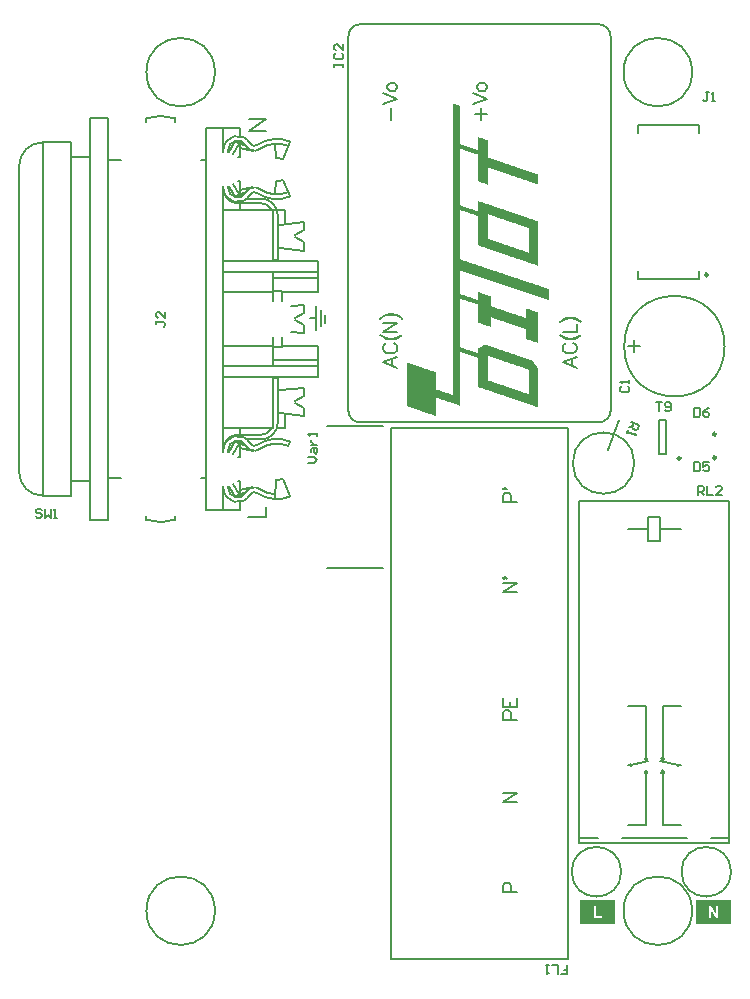
<source format=gto>
G04*
G04 #@! TF.GenerationSoftware,Altium Limited,Altium Designer,25.4.2 (15)*
G04*
G04 Layer_Color=65535*
%FSLAX44Y44*%
%MOMM*%
G71*
G04*
G04 #@! TF.SameCoordinates,DA0471BA-3B3D-406A-8B15-550EC5C29B8F*
G04*
G04*
G04 #@! TF.FilePolarity,Positive*
G04*
G01*
G75*
%ADD10C,0.2500*%
%ADD11C,0.2000*%
%ADD12C,0.1524*%
G36*
X207938Y554272D02*
Y554025D01*
X208186D01*
X208433D01*
X208681D01*
Y553777D01*
X208929D01*
X209176D01*
X209424D01*
Y553530D01*
X209671D01*
X209919D01*
X210166D01*
Y553282D01*
X210414D01*
X210662D01*
X210909D01*
Y553035D01*
X211157D01*
X211404D01*
X211652D01*
Y552787D01*
X211900D01*
X212147D01*
Y552539D01*
X212395D01*
X212642D01*
X212890D01*
Y552292D01*
X213138D01*
X213385D01*
X213633D01*
Y552044D01*
X213880D01*
X214128D01*
X214376D01*
Y551796D01*
X214623D01*
X214871D01*
X215118D01*
Y551549D01*
X215366D01*
X215613D01*
X215861D01*
Y551301D01*
X216109D01*
X216356D01*
X216604D01*
Y551054D01*
X216852D01*
X217099D01*
X217347D01*
Y550806D01*
X217594D01*
X217842D01*
X218090D01*
Y550559D01*
X218337D01*
X218585D01*
X218832D01*
Y550311D01*
X219080D01*
X219327D01*
Y550063D01*
X219575D01*
X219823D01*
X220070D01*
Y549816D01*
X220318D01*
X220565D01*
X220813D01*
Y549568D01*
X221061D01*
X221308D01*
X221556D01*
Y549321D01*
X221803D01*
X222051D01*
X222299D01*
Y549073D01*
X222546D01*
X222794D01*
X223041D01*
Y548825D01*
X223289D01*
X223536D01*
X223784D01*
Y548578D01*
X224032D01*
X224279D01*
X224527D01*
Y548330D01*
X224774D01*
X225022D01*
X225270D01*
Y548083D01*
X225517D01*
X225765D01*
X226012D01*
Y547835D01*
X226260D01*
X226508D01*
Y547588D01*
X226755D01*
X227003D01*
X227250D01*
Y547340D01*
X227498D01*
X227746D01*
X227993D01*
Y547092D01*
X228241D01*
X228488D01*
X228736D01*
Y546845D01*
X228983D01*
X229231D01*
X229479D01*
Y546597D01*
X229726D01*
X229974D01*
X230222D01*
Y546349D01*
X230469D01*
X230717D01*
X230964D01*
Y546102D01*
X231212D01*
X231460D01*
X231707D01*
Y545854D01*
X231955D01*
X232202D01*
Y531494D01*
X232450D01*
Y531246D01*
X232697D01*
X232945D01*
X233193D01*
Y530999D01*
X233440D01*
X233688D01*
X233935D01*
Y530751D01*
X234183D01*
X234431D01*
X234678D01*
Y530504D01*
X234926D01*
X235173D01*
X235421D01*
Y530256D01*
X235669D01*
X235916D01*
X236164D01*
Y530008D01*
X236411D01*
X236659D01*
X236907D01*
Y529761D01*
X237154D01*
X237402D01*
X237649D01*
Y529513D01*
X237897D01*
X238144D01*
X238392D01*
Y529266D01*
X238640D01*
X238887D01*
X239135D01*
Y529018D01*
X239382D01*
X239630D01*
X239878D01*
Y528770D01*
X240125D01*
X240373D01*
X240620D01*
Y528523D01*
X240868D01*
X241115D01*
X241363D01*
Y528275D01*
X241611D01*
X241858D01*
X242106D01*
Y528028D01*
X242353D01*
X242601D01*
X242849D01*
Y527780D01*
X243096D01*
X243344D01*
X243591D01*
Y527533D01*
X243839D01*
X244087D01*
X244334D01*
Y527285D01*
X244582D01*
X244829D01*
X245077D01*
Y527037D01*
X245325D01*
X245572D01*
X245820D01*
Y526790D01*
X246067D01*
X246315D01*
X246563D01*
Y773639D01*
X246810D01*
Y773392D01*
X247058D01*
X247305D01*
X247553D01*
Y773144D01*
X247305D01*
Y772896D01*
X247553D01*
Y773144D01*
X247801D01*
X248048D01*
Y772896D01*
X248296D01*
X248543D01*
X248791D01*
Y772649D01*
X249039D01*
X249286D01*
Y772401D01*
X249534D01*
X249781D01*
X250029D01*
Y772154D01*
X250277D01*
X250524D01*
Y771906D01*
X250772D01*
X251019D01*
X251267D01*
Y771659D01*
X251514D01*
X251762D01*
X252010D01*
Y771411D01*
X252257D01*
X252505D01*
Y738976D01*
X252752D01*
X253000D01*
X253248D01*
Y738729D01*
X253495D01*
X253743D01*
X253990D01*
Y738481D01*
X254238D01*
X254485D01*
Y738234D01*
X254733D01*
X254981D01*
X255228D01*
Y737986D01*
X255476D01*
X255723D01*
X255971D01*
Y737738D01*
X256219D01*
X256466D01*
X256714D01*
Y737491D01*
X256961D01*
X257209D01*
X257457D01*
Y737243D01*
X257704D01*
X257952D01*
X258199D01*
Y736996D01*
X258447D01*
X258695D01*
X258942D01*
Y736748D01*
X259190D01*
X259437D01*
X259685D01*
Y736500D01*
X259933D01*
X260180D01*
X260428D01*
Y736253D01*
X260675D01*
X260923D01*
X261171D01*
Y736005D01*
X261418D01*
X261666D01*
X261913D01*
Y735758D01*
X262161D01*
X262409D01*
X262656D01*
Y735510D01*
X262904D01*
X263151D01*
X263399D01*
Y735263D01*
X263647D01*
X263894D01*
X264142D01*
Y735015D01*
X264389D01*
X264637D01*
X264884D01*
Y734767D01*
X265132D01*
X265380D01*
X265627D01*
Y734520D01*
X265875D01*
X266122D01*
X266370D01*
Y734272D01*
X266618D01*
X266865D01*
X267113D01*
Y734025D01*
X267360D01*
X267608D01*
X267855D01*
Y733777D01*
X268103D01*
Y744919D01*
X268351D01*
X268598D01*
X268846D01*
Y744671D01*
X269093D01*
X269341D01*
X269589D01*
Y744423D01*
X269836D01*
X270084D01*
X270331D01*
Y744176D01*
X270579D01*
X270827D01*
X271074D01*
Y743928D01*
X271322D01*
X271569D01*
X271817D01*
Y743681D01*
X272065D01*
X272312D01*
Y743433D01*
X272560D01*
X272807D01*
X273055D01*
Y743186D01*
X273303D01*
X273550D01*
X273798D01*
Y742938D01*
X274045D01*
X274293D01*
X274541D01*
Y742690D01*
X274788D01*
X275036D01*
X275283D01*
Y742443D01*
X275531D01*
X275779D01*
X276026D01*
Y742195D01*
X276274D01*
Y727587D01*
X276521D01*
X276769D01*
X277017D01*
Y727339D01*
X277264D01*
X277512D01*
X277759D01*
Y727092D01*
X278007D01*
X278254D01*
X278502D01*
Y726844D01*
X278750D01*
X278997D01*
X279245D01*
Y726597D01*
X279492D01*
X279740D01*
X279988D01*
Y726349D01*
X280235D01*
X280483D01*
X280730D01*
Y726102D01*
X280978D01*
X281225D01*
Y725854D01*
X281473D01*
X281721D01*
X281968D01*
Y725606D01*
X282216D01*
X282463D01*
X282711D01*
Y725359D01*
X282959D01*
X283206D01*
X283454D01*
Y725111D01*
X283701D01*
X283949D01*
X284197D01*
Y724864D01*
X284444D01*
X284692D01*
X284939D01*
Y724616D01*
X285187D01*
X285435D01*
X285682D01*
Y724368D01*
X285930D01*
X286177D01*
X286425D01*
Y724121D01*
X286673D01*
X286920D01*
X287168D01*
Y723873D01*
X287415D01*
X287663D01*
X287910D01*
Y723626D01*
X288158D01*
X288406D01*
X288653D01*
Y723378D01*
X288901D01*
X289149D01*
X289396D01*
Y723130D01*
X289644D01*
X289891D01*
X290139D01*
Y722883D01*
X290386D01*
X290634D01*
X290882D01*
Y722635D01*
X291129D01*
X291377D01*
X291624D01*
Y722388D01*
X291872D01*
X292120D01*
X292367D01*
Y722140D01*
X292615D01*
X292862D01*
X293110D01*
Y721892D01*
X293358D01*
X293605D01*
Y721645D01*
X293853D01*
X294100D01*
X294348D01*
Y721397D01*
X294596D01*
X294843D01*
X295091D01*
Y721150D01*
X295338D01*
X295586D01*
X295833D01*
Y720902D01*
X296081D01*
X296329D01*
X296576D01*
Y720655D01*
X296824D01*
X297071D01*
X297319D01*
Y720407D01*
X297567D01*
X297814D01*
X298062D01*
Y720159D01*
X298309D01*
X298557D01*
X298805D01*
Y719912D01*
X299052D01*
X299300D01*
X299547D01*
Y719664D01*
X299795D01*
X300043D01*
X300290D01*
Y719417D01*
X300538D01*
X300785D01*
X301033D01*
Y719169D01*
X301280D01*
X301528D01*
X301776D01*
Y718921D01*
X302023D01*
X302271D01*
X302519D01*
Y718674D01*
X302766D01*
X303014D01*
X303261D01*
Y718426D01*
X303509D01*
X303756D01*
X304004D01*
Y718179D01*
X304252D01*
X304499D01*
X304747D01*
Y717931D01*
X304994D01*
X305242D01*
X305490D01*
Y717683D01*
X305737D01*
X305985D01*
X306232D01*
Y717436D01*
X306480D01*
X306728D01*
Y717188D01*
X306975D01*
X307223D01*
X307470D01*
Y716941D01*
X307718D01*
X307966D01*
X308213D01*
Y716693D01*
X308461D01*
X308708D01*
X308956D01*
Y716445D01*
X309203D01*
X309451D01*
X309699D01*
Y716198D01*
X309946D01*
X310194D01*
X310441D01*
Y715950D01*
X310689D01*
X310937D01*
X311184D01*
Y715703D01*
X311432D01*
X311679D01*
X311927D01*
Y715455D01*
X312175D01*
X312422D01*
X312670D01*
Y715208D01*
X312917D01*
X313165D01*
X313412D01*
Y714960D01*
X313660D01*
X313908D01*
X314155D01*
Y714712D01*
X314403D01*
X314650D01*
X314898D01*
Y714465D01*
X315146D01*
X315393D01*
X315641D01*
Y714217D01*
X315888D01*
X316136D01*
X316384D01*
Y713970D01*
X316631D01*
X316879D01*
X317126D01*
Y713722D01*
X317374D01*
X317622D01*
X317869D01*
Y713474D01*
X318117D01*
X318364D01*
X318612D01*
Y713227D01*
X318860D01*
Y704809D01*
X318612D01*
Y705056D01*
X318364D01*
X318117D01*
X317869D01*
Y705304D01*
X317622D01*
X317374D01*
X317126D01*
Y705551D01*
X316879D01*
X316631D01*
X316384D01*
Y705799D01*
X316136D01*
X315888D01*
X315641D01*
Y706047D01*
X315393D01*
X315146D01*
X314898D01*
Y706294D01*
X314650D01*
X314403D01*
X314155D01*
Y706542D01*
X313908D01*
X313660D01*
X313412D01*
Y706789D01*
X313165D01*
X312917D01*
X312670D01*
Y707037D01*
X312422D01*
X312175D01*
X311927D01*
Y707285D01*
X311679D01*
X311432D01*
X311184D01*
Y707532D01*
X310937D01*
X310689D01*
X310441D01*
Y707780D01*
X310194D01*
X309946D01*
X309699D01*
Y708027D01*
X309451D01*
X309203D01*
X308956D01*
Y708275D01*
X308708D01*
X308461D01*
X308213D01*
Y708522D01*
X307966D01*
X307718D01*
X307470D01*
Y708770D01*
X307223D01*
X306975D01*
X306728D01*
Y709018D01*
X306480D01*
X306232D01*
Y709265D01*
X305985D01*
X305737D01*
X305490D01*
Y709513D01*
X305242D01*
X304994D01*
X304747D01*
Y709761D01*
X304499D01*
X304252D01*
X304004D01*
Y710008D01*
X303756D01*
X303509D01*
X303261D01*
Y710256D01*
X303014D01*
X302766D01*
X302519D01*
Y710503D01*
X302271D01*
X302023D01*
X301776D01*
Y710751D01*
X301528D01*
X301280D01*
X301033D01*
Y710999D01*
X300785D01*
X300538D01*
X300290D01*
Y711246D01*
X300043D01*
X299795D01*
X299547D01*
Y711494D01*
X299300D01*
X299052D01*
X298805D01*
Y711741D01*
X298557D01*
X298309D01*
X298062D01*
Y711989D01*
X297814D01*
X297567D01*
X297319D01*
Y712236D01*
X297071D01*
X296824D01*
X296576D01*
Y712484D01*
X296329D01*
X296081D01*
X295833D01*
Y712732D01*
X295586D01*
X295338D01*
X295091D01*
Y712979D01*
X294843D01*
X294596D01*
X294348D01*
Y713227D01*
X294100D01*
X293853D01*
X293605D01*
Y713474D01*
X293358D01*
X293110D01*
Y713722D01*
X292862D01*
X292615D01*
X292367D01*
Y713970D01*
X292120D01*
X291872D01*
X291624D01*
Y714217D01*
X291377D01*
X291129D01*
X290882D01*
Y714465D01*
X290634D01*
X290386D01*
X290139D01*
Y714712D01*
X289891D01*
X289644D01*
X289396D01*
Y714960D01*
X289149D01*
X288901D01*
X288653D01*
Y715208D01*
X288406D01*
X288158D01*
X287910D01*
Y715455D01*
X287663D01*
X287415D01*
X287168D01*
Y715703D01*
X286920D01*
X286673D01*
X286425D01*
Y715950D01*
X286177D01*
X285930D01*
X285682D01*
Y716198D01*
X285435D01*
X285187D01*
X284939D01*
Y716445D01*
X284692D01*
X284444D01*
X284197D01*
Y716693D01*
X283949D01*
X283701D01*
X283454D01*
Y716941D01*
X283206D01*
X282959D01*
X282711D01*
Y717188D01*
X282463D01*
X282216D01*
X281968D01*
Y717436D01*
X281721D01*
X281473D01*
X281225D01*
Y717683D01*
X280978D01*
X280730D01*
Y717931D01*
X280483D01*
X280235D01*
X279988D01*
Y718179D01*
X279740D01*
X279492D01*
X279245D01*
Y718426D01*
X278997D01*
X278750D01*
X278502D01*
Y718674D01*
X278254D01*
X278007D01*
X277759D01*
Y718921D01*
X277512D01*
X277264D01*
X277017D01*
Y719169D01*
X276769D01*
X276521D01*
X276274D01*
Y704809D01*
X276026D01*
X275779D01*
Y705056D01*
X275531D01*
X275283D01*
X275036D01*
Y705304D01*
X274788D01*
X274541D01*
X274293D01*
Y705551D01*
X274045D01*
X273798D01*
X273550D01*
Y705799D01*
X273303D01*
X273055D01*
X272807D01*
Y706047D01*
X272560D01*
X272312D01*
X272065D01*
Y706294D01*
X271817D01*
X271569D01*
X271322D01*
Y706542D01*
X271074D01*
X270827D01*
X270579D01*
Y706789D01*
X270331D01*
X270084D01*
X269836D01*
Y707037D01*
X269589D01*
X269341D01*
X269093D01*
Y707285D01*
X268846D01*
X268598D01*
X268351D01*
Y707532D01*
X268103D01*
Y730063D01*
X267855D01*
X267608D01*
X267360D01*
Y730311D01*
X267113D01*
X266865D01*
X266618D01*
Y730558D01*
X266370D01*
X266122D01*
X265875D01*
Y730806D01*
X265627D01*
X265380D01*
X265132D01*
Y731053D01*
X264884D01*
X264637D01*
X264389D01*
Y731301D01*
X264142D01*
X263894D01*
X263647D01*
Y731549D01*
X263399D01*
X263151D01*
X262904D01*
Y731796D01*
X262656D01*
X262409D01*
X262161D01*
Y732044D01*
X261913D01*
X261666D01*
X261418D01*
Y732291D01*
X261171D01*
X260923D01*
X260675D01*
Y732539D01*
X260428D01*
X260180D01*
X259933D01*
Y732787D01*
X259685D01*
X259437D01*
X259190D01*
Y733034D01*
X258942D01*
X258695D01*
X258447D01*
Y733282D01*
X258199D01*
X257952D01*
X257704D01*
Y733529D01*
X257457D01*
X257209D01*
X256961D01*
Y733777D01*
X256714D01*
X256466D01*
X256219D01*
Y734025D01*
X255971D01*
X255723D01*
X255476D01*
Y734272D01*
X255228D01*
X254981D01*
X254733D01*
Y734520D01*
X254485D01*
X254238D01*
X253990D01*
Y734767D01*
X253743D01*
X253495D01*
X253248D01*
Y735015D01*
X253000D01*
X252752D01*
X252505D01*
Y687230D01*
X252752D01*
X253000D01*
Y686982D01*
X253248D01*
X253495D01*
X253743D01*
Y686734D01*
X253990D01*
X254238D01*
X254485D01*
Y686487D01*
X254733D01*
X254981D01*
Y686239D01*
X255228D01*
X255476D01*
X255723D01*
Y685992D01*
X255971D01*
X256219D01*
X256466D01*
Y685744D01*
X256714D01*
X256961D01*
X257209D01*
Y685496D01*
X257457D01*
X257704D01*
X257952D01*
Y685249D01*
X258199D01*
X258447D01*
X258695D01*
Y685001D01*
X258942D01*
X259190D01*
X259437D01*
Y684754D01*
X259685D01*
X259933D01*
X260180D01*
Y684506D01*
X260428D01*
X260675D01*
X260923D01*
Y684258D01*
X261171D01*
X261418D01*
X261666D01*
Y684011D01*
X261913D01*
X262161D01*
X262409D01*
Y683763D01*
X262656D01*
X262904D01*
X263151D01*
Y683516D01*
X263399D01*
X263647D01*
X263894D01*
Y683268D01*
X264142D01*
X264389D01*
X264637D01*
Y683020D01*
X264884D01*
X265132D01*
X265380D01*
Y682773D01*
X265627D01*
X265875D01*
X266122D01*
Y682525D01*
X266370D01*
X266618D01*
X266865D01*
Y682278D01*
X267113D01*
X267360D01*
X267608D01*
Y682030D01*
X267855D01*
X268103D01*
Y690944D01*
X268351D01*
Y690696D01*
X268598D01*
X268846D01*
Y690448D01*
X269093D01*
X269341D01*
X269589D01*
Y690201D01*
X269836D01*
X270084D01*
X270331D01*
Y689953D01*
X270579D01*
X270827D01*
X271074D01*
Y689706D01*
X271322D01*
X271569D01*
X271817D01*
Y689458D01*
X272065D01*
X272312D01*
X272560D01*
Y689210D01*
X272807D01*
X273055D01*
X273303D01*
Y688963D01*
X273550D01*
X273798D01*
X274045D01*
Y688715D01*
X274293D01*
X274541D01*
X274788D01*
Y688467D01*
X275036D01*
X275283D01*
X275531D01*
Y688220D01*
X275779D01*
X276026D01*
X276274D01*
Y687972D01*
X276521D01*
X276769D01*
X277017D01*
Y687725D01*
X277264D01*
X277512D01*
X277759D01*
Y687477D01*
X278007D01*
X278254D01*
X278502D01*
Y687230D01*
X278750D01*
X278997D01*
X279245D01*
Y686982D01*
X279492D01*
X279740D01*
X279988D01*
Y686734D01*
X280235D01*
X280483D01*
X280730D01*
Y686487D01*
X280978D01*
X281225D01*
Y686239D01*
X281473D01*
X281721D01*
X281968D01*
Y685992D01*
X282216D01*
X282463D01*
X282711D01*
Y685744D01*
X282959D01*
X283206D01*
X283454D01*
Y685496D01*
X283701D01*
X283949D01*
X284197D01*
Y685249D01*
X284444D01*
X284692D01*
X284939D01*
Y685001D01*
X285187D01*
X285435D01*
X285682D01*
Y684754D01*
X285930D01*
X286177D01*
X286425D01*
Y684506D01*
X286673D01*
X286920D01*
X287168D01*
Y684258D01*
X287415D01*
X287663D01*
X287910D01*
Y684011D01*
X288158D01*
X288406D01*
X288653D01*
Y683763D01*
X288901D01*
X289149D01*
X289396D01*
Y683516D01*
X289644D01*
X289891D01*
X290139D01*
Y683268D01*
X290386D01*
X290634D01*
X290882D01*
Y683020D01*
X291129D01*
X291377D01*
X291624D01*
Y682773D01*
X291872D01*
X292120D01*
X292367D01*
Y682525D01*
X292615D01*
X292862D01*
X293110D01*
Y682278D01*
X293358D01*
X293605D01*
Y682030D01*
X293853D01*
X294100D01*
X294348D01*
Y681783D01*
X294596D01*
X294843D01*
X295091D01*
Y681535D01*
X295338D01*
X295586D01*
X295833D01*
Y681287D01*
X296081D01*
X296329D01*
X296576D01*
Y681040D01*
X296824D01*
X297071D01*
X297319D01*
Y680792D01*
X297567D01*
X297814D01*
X298062D01*
Y680545D01*
X298309D01*
X298557D01*
X298805D01*
Y680297D01*
X299052D01*
X299300D01*
X299547D01*
Y680049D01*
X299795D01*
X300043D01*
X300290D01*
Y679802D01*
X300538D01*
X300785D01*
X301033D01*
Y679554D01*
X301280D01*
X301528D01*
X301776D01*
Y679307D01*
X302023D01*
X302271D01*
X302519D01*
Y679059D01*
X302766D01*
X303014D01*
X303261D01*
Y678811D01*
X303509D01*
X303756D01*
X304004D01*
Y678564D01*
X304252D01*
X304499D01*
X304747D01*
Y678316D01*
X304994D01*
X305242D01*
X305490D01*
Y678069D01*
X305737D01*
X305985D01*
X306232D01*
Y677821D01*
X306480D01*
X306728D01*
Y677573D01*
X306975D01*
X307223D01*
X307470D01*
Y677326D01*
X307718D01*
X307966D01*
X308213D01*
Y677078D01*
X308461D01*
X308708D01*
X308956D01*
Y676831D01*
X309203D01*
X309451D01*
X309699D01*
Y676583D01*
X309946D01*
X310194D01*
X310441D01*
Y676336D01*
X310689D01*
X310937D01*
X311184D01*
Y676088D01*
X311432D01*
X311679D01*
X311927D01*
Y675840D01*
X312175D01*
X312422D01*
X312670D01*
Y675593D01*
X312917D01*
X313165D01*
X313412D01*
Y675345D01*
X313660D01*
X313908D01*
X314155D01*
Y675098D01*
X314403D01*
X314650D01*
X314898D01*
Y674850D01*
X315146D01*
X315393D01*
X315641D01*
Y674602D01*
X315888D01*
X316136D01*
X316384D01*
Y674355D01*
X316631D01*
X316879D01*
X317126D01*
Y674107D01*
X317374D01*
X317622D01*
X317869D01*
Y673860D01*
X318117D01*
X318364D01*
X318612D01*
Y673612D01*
X318860D01*
Y635978D01*
X318612D01*
Y636226D01*
X318364D01*
X318117D01*
X317869D01*
Y636473D01*
X317622D01*
X317374D01*
X317126D01*
Y636721D01*
X316879D01*
X316631D01*
X316384D01*
Y636968D01*
X316136D01*
X315888D01*
X315641D01*
Y637216D01*
X315393D01*
X315146D01*
X314898D01*
Y637463D01*
X314650D01*
X314403D01*
X314155D01*
Y637711D01*
X313908D01*
X313660D01*
X313412D01*
Y637959D01*
X313165D01*
X312917D01*
X312670D01*
Y638206D01*
X312422D01*
X312175D01*
X311927D01*
Y638454D01*
X311679D01*
X311432D01*
X311184D01*
Y638702D01*
X310937D01*
X310689D01*
X310441D01*
Y638949D01*
X310194D01*
X309946D01*
X309699D01*
Y639197D01*
X309451D01*
X309203D01*
X308956D01*
Y639444D01*
X308708D01*
X308461D01*
X308213D01*
Y639692D01*
X307966D01*
X307718D01*
X307470D01*
Y639939D01*
X307223D01*
X306975D01*
X306728D01*
Y640187D01*
X306480D01*
X306232D01*
Y640435D01*
X305985D01*
X305737D01*
X305490D01*
Y640682D01*
X305242D01*
X304994D01*
X304747D01*
Y640930D01*
X304499D01*
X304252D01*
X304004D01*
Y641177D01*
X303756D01*
X303509D01*
X303261D01*
Y641425D01*
X303014D01*
X302766D01*
X302519D01*
Y641673D01*
X302271D01*
X302023D01*
X301776D01*
Y641920D01*
X301528D01*
X301280D01*
X301033D01*
Y642168D01*
X300785D01*
X300538D01*
X300290D01*
Y642415D01*
X300043D01*
X299795D01*
X299547D01*
Y642663D01*
X299300D01*
X299052D01*
X298805D01*
Y642911D01*
X298557D01*
X298309D01*
X298062D01*
Y643158D01*
X297814D01*
X297567D01*
X297319D01*
Y643406D01*
X297071D01*
X296824D01*
X296576D01*
Y643653D01*
X296329D01*
X296081D01*
X295833D01*
Y643901D01*
X295586D01*
X295338D01*
X295091D01*
Y644148D01*
X294843D01*
X294596D01*
X294348D01*
Y644396D01*
X294100D01*
X293853D01*
X293605D01*
Y644644D01*
X293358D01*
X293110D01*
Y644891D01*
X292862D01*
X292615D01*
X292367D01*
Y645139D01*
X292120D01*
X291872D01*
X291624D01*
Y645387D01*
X291377D01*
X291129D01*
X290882D01*
Y645634D01*
X290634D01*
X290386D01*
X290139D01*
Y645882D01*
X289891D01*
X289644D01*
X289396D01*
Y646129D01*
X289149D01*
X288901D01*
X288653D01*
Y646377D01*
X288406D01*
X288158D01*
X287910D01*
Y646624D01*
X287663D01*
X287415D01*
X287168D01*
Y646872D01*
X286920D01*
X286673D01*
X286425D01*
Y647120D01*
X286177D01*
X285930D01*
X285682D01*
Y647367D01*
X285435D01*
X285187D01*
X284939D01*
Y647615D01*
X284692D01*
X284444D01*
X284197D01*
Y647862D01*
X283949D01*
X283701D01*
X283454D01*
Y648110D01*
X283206D01*
X282959D01*
X282711D01*
Y648358D01*
X282463D01*
X282216D01*
X281968D01*
Y648605D01*
X281721D01*
X281473D01*
X281225D01*
Y648853D01*
X280978D01*
X280730D01*
Y649100D01*
X280483D01*
X280235D01*
X279988D01*
Y649348D01*
X279740D01*
X279492D01*
X279245D01*
Y649595D01*
X278997D01*
X278750D01*
X278502D01*
Y649843D01*
X278254D01*
X278007D01*
X277759D01*
Y650091D01*
X277512D01*
X277264D01*
X277017D01*
Y650338D01*
X276769D01*
X276521D01*
X276274D01*
Y650586D01*
X276026D01*
X275779D01*
X275531D01*
Y650834D01*
X275283D01*
X275036D01*
X274788D01*
Y651081D01*
X274541D01*
X274293D01*
X274045D01*
Y651329D01*
X273798D01*
X273550D01*
X273303D01*
Y651576D01*
X273055D01*
X272807D01*
X272560D01*
Y651824D01*
X272312D01*
X272065D01*
X271817D01*
Y652072D01*
X271569D01*
X271322D01*
X271074D01*
Y652319D01*
X270827D01*
X270579D01*
X270331D01*
Y652567D01*
X270084D01*
X269836D01*
X269589D01*
Y652814D01*
X269341D01*
X269093D01*
X268846D01*
Y653062D01*
X268598D01*
X268351D01*
Y653309D01*
X268103D01*
Y678069D01*
X267855D01*
Y678316D01*
X267608D01*
X267360D01*
X267113D01*
Y678564D01*
X266865D01*
X266618D01*
X266370D01*
Y678811D01*
X266122D01*
X265875D01*
X265627D01*
Y679059D01*
X265380D01*
X265132D01*
X264884D01*
Y679307D01*
X264637D01*
X264389D01*
X264142D01*
Y679554D01*
X263894D01*
X263647D01*
X263399D01*
Y679802D01*
X263151D01*
X262904D01*
X262656D01*
Y680049D01*
X262409D01*
X262161D01*
X261913D01*
Y680297D01*
X261666D01*
X261418D01*
X261171D01*
Y680545D01*
X260923D01*
X260675D01*
X260428D01*
Y680792D01*
X260180D01*
X259933D01*
X259685D01*
Y681040D01*
X259437D01*
X259190D01*
X258942D01*
Y681287D01*
X258695D01*
X258447D01*
X258199D01*
Y681535D01*
X257952D01*
X257704D01*
X257457D01*
Y681783D01*
X257209D01*
X256961D01*
X256714D01*
Y682030D01*
X256466D01*
X256219D01*
X255971D01*
Y682278D01*
X255723D01*
X255476D01*
X255228D01*
Y682525D01*
X254981D01*
X254733D01*
X254485D01*
Y682773D01*
X254238D01*
X253990D01*
X253743D01*
Y683020D01*
X253495D01*
X253248D01*
X253000D01*
Y683268D01*
X252752D01*
X252505D01*
Y641425D01*
X252752D01*
X253000D01*
Y641177D01*
X253248D01*
X253495D01*
X253743D01*
Y640930D01*
X253990D01*
X254238D01*
X254485D01*
Y640682D01*
X254733D01*
X254981D01*
X255228D01*
Y640435D01*
X255476D01*
X255723D01*
X255971D01*
Y640187D01*
X256219D01*
X256466D01*
X256714D01*
Y639939D01*
X256961D01*
X257209D01*
X257457D01*
Y639692D01*
X257704D01*
X257952D01*
X258199D01*
Y639444D01*
X258447D01*
X258695D01*
X258942D01*
Y639197D01*
X259190D01*
X259437D01*
X259685D01*
Y638949D01*
X259933D01*
X260180D01*
X260428D01*
Y638702D01*
X260675D01*
X260923D01*
X261171D01*
Y638454D01*
X261418D01*
X261666D01*
X261913D01*
Y638206D01*
X262161D01*
X262409D01*
X262656D01*
Y637959D01*
X262904D01*
X263151D01*
X263399D01*
Y637711D01*
X263647D01*
X263894D01*
X264142D01*
Y637463D01*
X264389D01*
X264637D01*
X264884D01*
Y637216D01*
X265132D01*
X265380D01*
X265627D01*
Y636968D01*
X265875D01*
X266122D01*
X266370D01*
Y636721D01*
X266618D01*
X266865D01*
X267113D01*
Y636473D01*
X267360D01*
X267608D01*
X267855D01*
Y636226D01*
X268103D01*
X268351D01*
X268598D01*
Y635978D01*
X268846D01*
X269093D01*
X269341D01*
Y635730D01*
X269589D01*
X269836D01*
X270084D01*
Y635483D01*
X270331D01*
X270579D01*
X270827D01*
Y635235D01*
X271074D01*
X271322D01*
X271569D01*
Y634988D01*
X271817D01*
X272065D01*
X272312D01*
Y634740D01*
X272560D01*
X272807D01*
X273055D01*
Y634492D01*
X273303D01*
X273550D01*
X273798D01*
Y634245D01*
X274045D01*
X274293D01*
X274541D01*
Y633997D01*
X274788D01*
X275036D01*
X275283D01*
Y633750D01*
X275531D01*
X275779D01*
X276026D01*
Y633502D01*
X276274D01*
X276521D01*
X276769D01*
Y633254D01*
X277017D01*
X277264D01*
X277512D01*
Y633007D01*
X277759D01*
X278007D01*
X278254D01*
Y632759D01*
X278502D01*
X278750D01*
X278997D01*
Y632512D01*
X279245D01*
X279492D01*
X279740D01*
Y632264D01*
X279988D01*
X280235D01*
X280483D01*
Y632016D01*
X280730D01*
X280978D01*
X281225D01*
Y631769D01*
X281473D01*
X281721D01*
X281968D01*
Y631521D01*
X282216D01*
X282463D01*
X282711D01*
Y631274D01*
X282959D01*
X283206D01*
X283454D01*
Y631026D01*
X283701D01*
X283949D01*
X284197D01*
Y630779D01*
X284444D01*
X284692D01*
X284939D01*
Y630531D01*
X285187D01*
X285435D01*
X285682D01*
Y630283D01*
X285930D01*
X286177D01*
X286425D01*
Y630036D01*
X286673D01*
X286920D01*
X287168D01*
Y629788D01*
X287415D01*
X287663D01*
X287910D01*
Y629540D01*
X288158D01*
X288406D01*
X288653D01*
Y629293D01*
X288901D01*
X289149D01*
X289396D01*
Y629045D01*
X289644D01*
X289891D01*
X290139D01*
Y628798D01*
X290386D01*
X290634D01*
X290882D01*
Y628550D01*
X291129D01*
X291377D01*
X291624D01*
Y628303D01*
X291872D01*
X292120D01*
X292367D01*
Y628055D01*
X292615D01*
X292862D01*
X293110D01*
Y627807D01*
X293358D01*
X293605D01*
X293853D01*
Y627560D01*
X294100D01*
X294348D01*
X294596D01*
Y627312D01*
X294843D01*
X295091D01*
X295338D01*
Y627065D01*
X295586D01*
X295833D01*
X296081D01*
Y626817D01*
X296329D01*
X296576D01*
X296824D01*
Y626569D01*
X297071D01*
X297319D01*
X297567D01*
Y626322D01*
X297814D01*
X298062D01*
X298309D01*
Y626074D01*
X298557D01*
X298805D01*
X299052D01*
Y625827D01*
X299300D01*
X299547D01*
X299795D01*
Y625579D01*
X300043D01*
X300290D01*
X300538D01*
Y625331D01*
X300785D01*
X301033D01*
X301280D01*
Y625084D01*
X301528D01*
X301776D01*
X302023D01*
Y624836D01*
X302271D01*
X302519D01*
X302766D01*
Y624589D01*
X303014D01*
X303261D01*
X303509D01*
Y624341D01*
X303756D01*
X304004D01*
X304252D01*
Y624094D01*
X304499D01*
X304747D01*
X304994D01*
Y623846D01*
X305242D01*
X305490D01*
X305737D01*
Y623598D01*
X305985D01*
X306232D01*
X306480D01*
Y623351D01*
X306728D01*
X306975D01*
X307223D01*
Y623103D01*
X307470D01*
X307718D01*
X307966D01*
Y622855D01*
X308213D01*
X308461D01*
X308708D01*
Y622608D01*
X308956D01*
X309203D01*
X309451D01*
Y622360D01*
X309699D01*
X309946D01*
X310194D01*
Y622113D01*
X310441D01*
X310689D01*
X310937D01*
Y621865D01*
X311184D01*
X311432D01*
X311679D01*
Y621618D01*
X311927D01*
X312175D01*
X312422D01*
Y621370D01*
X312670D01*
X312917D01*
X313165D01*
Y621122D01*
X313412D01*
X313660D01*
X313908D01*
Y620875D01*
X314155D01*
X314403D01*
X314650D01*
Y620627D01*
X314898D01*
X315146D01*
X315393D01*
Y620380D01*
X315641D01*
X315888D01*
X316136D01*
Y620132D01*
X316384D01*
X316631D01*
X316879D01*
Y619884D01*
X317126D01*
X317374D01*
X317622D01*
Y619637D01*
X317869D01*
X318117D01*
X318364D01*
Y619389D01*
X318612D01*
X318860D01*
X319107D01*
Y619142D01*
X319355D01*
X319602D01*
X319850D01*
Y618894D01*
X320098D01*
X320345D01*
X320593D01*
Y618647D01*
X320840D01*
X321088D01*
X321335D01*
Y618399D01*
X321583D01*
X321831D01*
X322078D01*
Y618151D01*
X322326D01*
X322573D01*
X322821D01*
Y617904D01*
X323069D01*
X323316D01*
X323564D01*
Y617656D01*
X323811D01*
X324059D01*
X324307D01*
Y617408D01*
X324554D01*
X324802D01*
X325049D01*
Y617161D01*
X325297D01*
X325545D01*
X325792D01*
Y616913D01*
X326040D01*
X326287D01*
X326535D01*
Y616666D01*
X326782D01*
X327030D01*
X327278D01*
Y616418D01*
X327525D01*
X327773D01*
X328021D01*
Y616171D01*
X328268D01*
Y606762D01*
X328021D01*
Y607010D01*
X327773D01*
X327525D01*
X327278D01*
Y607257D01*
X327030D01*
X326782D01*
X326535D01*
Y607505D01*
X326287D01*
X326040D01*
X325792D01*
Y607752D01*
X325545D01*
X325297D01*
X325049D01*
Y608000D01*
X324802D01*
X324554D01*
X324307D01*
Y608248D01*
X324059D01*
X323811D01*
X323564D01*
Y608495D01*
X323316D01*
X323069D01*
X322821D01*
Y608743D01*
X322573D01*
X322326D01*
X322078D01*
Y608990D01*
X321831D01*
X321583D01*
X321335D01*
Y609238D01*
X321088D01*
X320840D01*
X320593D01*
Y609486D01*
X320345D01*
X320098D01*
X319850D01*
Y609733D01*
X319602D01*
X319355D01*
X319107D01*
Y609981D01*
X318860D01*
X318612D01*
X318364D01*
Y610228D01*
X318117D01*
X317869D01*
X317622D01*
Y610476D01*
X317374D01*
X317126D01*
X316879D01*
Y610723D01*
X316631D01*
X316384D01*
X316136D01*
Y610971D01*
X315888D01*
X315641D01*
X315393D01*
Y611219D01*
X315146D01*
X314898D01*
X314650D01*
Y611466D01*
X314403D01*
X314155D01*
X313908D01*
Y611714D01*
X313660D01*
X313412D01*
X313165D01*
Y611962D01*
X312917D01*
X312670D01*
X312422D01*
Y612209D01*
X312175D01*
X311927D01*
X311679D01*
Y612457D01*
X311432D01*
X311184D01*
X310937D01*
Y612704D01*
X310689D01*
X310441D01*
X310194D01*
Y612952D01*
X309946D01*
X309699D01*
X309451D01*
Y613200D01*
X309203D01*
X308956D01*
X308708D01*
Y613447D01*
X308461D01*
X308213D01*
X307966D01*
Y613695D01*
X307718D01*
X307470D01*
X307223D01*
Y613942D01*
X306975D01*
X306728D01*
X306480D01*
Y614190D01*
X306232D01*
X305985D01*
X305737D01*
Y614437D01*
X305490D01*
X305242D01*
X304994D01*
Y614685D01*
X304747D01*
X304499D01*
X304252D01*
Y614933D01*
X304004D01*
X303756D01*
X303509D01*
Y615180D01*
X303261D01*
X303014D01*
X302766D01*
Y615428D01*
X302519D01*
X302271D01*
X302023D01*
Y615675D01*
X301776D01*
X301528D01*
X301280D01*
Y615923D01*
X301033D01*
X300785D01*
X300538D01*
Y616171D01*
X300290D01*
X300043D01*
X299795D01*
Y616418D01*
X299547D01*
X299300D01*
X299052D01*
Y616666D01*
X298805D01*
X298557D01*
X298309D01*
Y616913D01*
X298062D01*
X297814D01*
X297567D01*
Y617161D01*
X297319D01*
X297071D01*
X296824D01*
Y617408D01*
X296576D01*
X296329D01*
X296081D01*
Y617656D01*
X295833D01*
X295586D01*
X295338D01*
Y617904D01*
X295091D01*
X294843D01*
X294596D01*
Y618151D01*
X294348D01*
X294100D01*
X293853D01*
Y618399D01*
X293605D01*
X293358D01*
X293110D01*
Y618647D01*
X292862D01*
X292615D01*
X292367D01*
Y618894D01*
X292120D01*
X291872D01*
X291624D01*
Y619142D01*
X291377D01*
X291129D01*
X290882D01*
Y619389D01*
X290634D01*
X290386D01*
X290139D01*
Y619637D01*
X289891D01*
X289644D01*
X289396D01*
Y619884D01*
X289149D01*
X288901D01*
X288653D01*
Y620132D01*
X288406D01*
X288158D01*
X287910D01*
Y620380D01*
X287663D01*
X287415D01*
X287168D01*
Y620627D01*
X286920D01*
X286673D01*
X286425D01*
Y620875D01*
X286177D01*
X285930D01*
X285682D01*
Y621122D01*
X285435D01*
X285187D01*
X284939D01*
Y621370D01*
X284692D01*
X284444D01*
X284197D01*
Y621618D01*
X283949D01*
X283701D01*
X283454D01*
Y621865D01*
X283206D01*
X282959D01*
X282711D01*
Y622113D01*
X282463D01*
X282216D01*
X281968D01*
Y622360D01*
X281721D01*
X281473D01*
X281225D01*
Y622608D01*
X280978D01*
X280730D01*
X280483D01*
Y622855D01*
X280235D01*
X279988D01*
X279740D01*
Y623103D01*
X279492D01*
X279245D01*
X278997D01*
Y623351D01*
X278750D01*
X278502D01*
X278254D01*
Y623598D01*
X278007D01*
X277759D01*
X277512D01*
Y623846D01*
X277264D01*
X277017D01*
X276769D01*
Y624094D01*
X276521D01*
X276274D01*
X276026D01*
Y624341D01*
X275779D01*
X275531D01*
X275283D01*
Y624589D01*
X275036D01*
X274788D01*
X274541D01*
Y624836D01*
X274293D01*
X274045D01*
X273798D01*
Y625084D01*
X273550D01*
X273303D01*
X273055D01*
Y625331D01*
X272807D01*
X272560D01*
X272312D01*
Y625579D01*
X272065D01*
X271817D01*
X271569D01*
Y625827D01*
X271322D01*
X271074D01*
X270827D01*
Y626074D01*
X270579D01*
X270331D01*
X270084D01*
Y626322D01*
X269836D01*
X269589D01*
X269341D01*
Y626569D01*
X269093D01*
X268846D01*
X268598D01*
Y626817D01*
X268351D01*
X268103D01*
X267855D01*
Y627065D01*
X267608D01*
X267360D01*
X267113D01*
Y627312D01*
X266865D01*
X266618D01*
X266370D01*
Y627560D01*
X266122D01*
X265875D01*
X265627D01*
Y627807D01*
X265380D01*
X265132D01*
X264884D01*
Y628055D01*
X264637D01*
X264389D01*
X264142D01*
Y628303D01*
X263894D01*
X263647D01*
X263399D01*
Y628550D01*
X263151D01*
X262904D01*
X262656D01*
Y628798D01*
X262409D01*
X262161D01*
X261913D01*
Y629045D01*
X261666D01*
X261418D01*
X261171D01*
Y629293D01*
X260923D01*
X260675D01*
X260428D01*
Y629540D01*
X260180D01*
X259933D01*
X259685D01*
Y629788D01*
X259437D01*
X259190D01*
X258942D01*
Y630036D01*
X258695D01*
X258447D01*
X258199D01*
Y630283D01*
X257952D01*
X257704D01*
X257457D01*
Y630531D01*
X257209D01*
X256961D01*
X256714D01*
Y630779D01*
X256466D01*
X256219D01*
X255971D01*
Y631026D01*
X255723D01*
X255476D01*
X255228D01*
Y631274D01*
X254981D01*
X254733D01*
X254485D01*
Y631521D01*
X254238D01*
X253990D01*
X253743D01*
Y631769D01*
X253495D01*
X253248D01*
X253000D01*
Y632016D01*
X252752D01*
X252505D01*
Y612209D01*
X252752D01*
X253000D01*
Y611962D01*
X253248D01*
X253495D01*
X253743D01*
Y611714D01*
X253990D01*
X254238D01*
Y611466D01*
X254485D01*
X254733D01*
X254981D01*
Y611219D01*
X255228D01*
X255476D01*
X255723D01*
Y610971D01*
X255971D01*
X256219D01*
X256466D01*
Y610723D01*
X256714D01*
X256961D01*
X257209D01*
Y610476D01*
X257457D01*
X257704D01*
X257952D01*
Y610228D01*
X258199D01*
X258447D01*
X258695D01*
Y609981D01*
X258942D01*
X259190D01*
X259437D01*
Y609733D01*
X259685D01*
X259933D01*
X260180D01*
Y609486D01*
X260428D01*
X260675D01*
X260923D01*
Y609238D01*
X261171D01*
X261418D01*
X261666D01*
Y608990D01*
X261913D01*
X262161D01*
X262409D01*
Y608743D01*
X262656D01*
X262904D01*
X263151D01*
Y608495D01*
X263399D01*
X263647D01*
X263894D01*
Y608248D01*
X264142D01*
X264389D01*
X264637D01*
Y608000D01*
X264884D01*
X265132D01*
X265380D01*
Y607752D01*
X265627D01*
X265875D01*
X266122D01*
Y607505D01*
X266370D01*
X266618D01*
X266865D01*
Y607257D01*
X267113D01*
X267360D01*
X267608D01*
Y607010D01*
X267855D01*
Y613695D01*
X268103D01*
X268351D01*
Y613447D01*
X268598D01*
X268846D01*
X269093D01*
Y613200D01*
X269341D01*
X269589D01*
X269836D01*
Y612952D01*
X270084D01*
X270331D01*
X270579D01*
Y612704D01*
X270827D01*
X271074D01*
X271322D01*
Y612457D01*
X271569D01*
X271817D01*
X272065D01*
Y612209D01*
X272312D01*
X272560D01*
X272807D01*
Y611962D01*
X273055D01*
X273303D01*
X273550D01*
Y611714D01*
X273798D01*
X274045D01*
X274293D01*
Y611466D01*
X274541D01*
X274788D01*
X275036D01*
Y611219D01*
X275283D01*
X275531D01*
X275779D01*
Y610971D01*
X276026D01*
X276274D01*
X276521D01*
Y610723D01*
X276769D01*
X277017D01*
X277264D01*
Y610476D01*
X277512D01*
X277759D01*
X278007D01*
Y610228D01*
X278254D01*
X278502D01*
X278750D01*
Y601810D01*
X278997D01*
X279245D01*
Y601563D01*
X279492D01*
X279740D01*
X279988D01*
Y601315D01*
X280235D01*
X280483D01*
X280730D01*
Y601067D01*
X280978D01*
X281225D01*
Y600820D01*
X281473D01*
X281721D01*
X281968D01*
Y600572D01*
X282216D01*
X282463D01*
X282711D01*
Y600325D01*
X282959D01*
X283206D01*
X283454D01*
Y600077D01*
X283701D01*
X283949D01*
X284197D01*
Y599829D01*
X284444D01*
X284692D01*
X284939D01*
Y599582D01*
X285187D01*
X285435D01*
X285682D01*
Y599334D01*
X285930D01*
X286177D01*
X286425D01*
Y599087D01*
X286673D01*
X286920D01*
X287168D01*
Y598839D01*
X287415D01*
X287663D01*
X287910D01*
Y598591D01*
X288158D01*
X288406D01*
X288653D01*
Y598344D01*
X288901D01*
X289149D01*
X289396D01*
Y598096D01*
X289644D01*
X289891D01*
X290139D01*
Y597849D01*
X290386D01*
X290634D01*
X290882D01*
Y597601D01*
X291129D01*
X291377D01*
X291624D01*
Y597354D01*
X291872D01*
X292120D01*
X292367D01*
Y597106D01*
X292615D01*
X292862D01*
X293110D01*
Y596858D01*
X293358D01*
X293605D01*
Y596611D01*
X293853D01*
X294100D01*
X294348D01*
Y596363D01*
X294596D01*
X294843D01*
X295091D01*
Y596116D01*
X295338D01*
X295586D01*
X295833D01*
Y595868D01*
X296081D01*
X296329D01*
X296576D01*
Y595620D01*
X296824D01*
X297071D01*
X297319D01*
Y595373D01*
X297567D01*
X297814D01*
X298062D01*
Y595125D01*
X298309D01*
X298557D01*
X298805D01*
Y594878D01*
X299052D01*
X299300D01*
X299547D01*
Y594630D01*
X299795D01*
X300043D01*
X300290D01*
Y594382D01*
X300538D01*
X300785D01*
X301033D01*
Y594135D01*
X301280D01*
X301528D01*
X301776D01*
Y593887D01*
X302023D01*
X302271D01*
X302519D01*
Y593640D01*
X302766D01*
X303014D01*
X303261D01*
Y593392D01*
X303509D01*
X303756D01*
X304004D01*
Y593144D01*
X304252D01*
X304499D01*
X304747D01*
Y592897D01*
X304994D01*
X305242D01*
X305490D01*
Y592649D01*
X305737D01*
X305985D01*
X306232D01*
Y592402D01*
X306480D01*
X306728D01*
Y592154D01*
X306975D01*
X307223D01*
X307470D01*
Y591907D01*
X307718D01*
X307966D01*
Y600077D01*
X308213D01*
X308461D01*
Y599829D01*
X308708D01*
X308956D01*
X309203D01*
Y599582D01*
X309451D01*
X309699D01*
X309946D01*
Y599334D01*
X310194D01*
X310441D01*
X310689D01*
Y599087D01*
X310937D01*
X311184D01*
X311432D01*
Y598839D01*
X311679D01*
X311927D01*
X312175D01*
Y598591D01*
X312422D01*
X312670D01*
X312917D01*
Y598344D01*
X313165D01*
X313412D01*
X313660D01*
Y598096D01*
X313908D01*
X314155D01*
X314403D01*
Y597849D01*
X314650D01*
X314898D01*
X315146D01*
Y597601D01*
X315393D01*
X315641D01*
X315888D01*
Y597354D01*
X316136D01*
X316384D01*
X316631D01*
Y597106D01*
X316879D01*
X317126D01*
X317374D01*
Y596858D01*
X317622D01*
X317869D01*
X318117D01*
Y596611D01*
X318364D01*
X318612D01*
Y596363D01*
X318860D01*
Y570614D01*
X318612D01*
X318364D01*
Y570861D01*
X318117D01*
X317869D01*
X317622D01*
Y571109D01*
X317374D01*
X317126D01*
X316879D01*
Y571356D01*
X316631D01*
X316384D01*
X316136D01*
Y571604D01*
X315888D01*
X315641D01*
X315393D01*
Y571852D01*
X315146D01*
X314898D01*
X314650D01*
Y572099D01*
X314403D01*
X314155D01*
X313908D01*
Y572347D01*
X313660D01*
X313412D01*
X313165D01*
Y572594D01*
X312917D01*
X312670D01*
X312422D01*
Y572842D01*
X312175D01*
X311927D01*
X311679D01*
Y573089D01*
X311432D01*
X311184D01*
X310937D01*
Y573337D01*
X310689D01*
X310441D01*
X310194D01*
Y573585D01*
X309946D01*
X309699D01*
X309451D01*
Y573832D01*
X309203D01*
X308956D01*
X308708D01*
Y574080D01*
X308461D01*
X308213D01*
X307966D01*
Y582498D01*
X307718D01*
X307470D01*
Y582746D01*
X307223D01*
X306975D01*
X306728D01*
Y582993D01*
X306480D01*
X306232D01*
Y583241D01*
X305985D01*
X305737D01*
X305490D01*
Y583488D01*
X305242D01*
X304994D01*
X304747D01*
Y583736D01*
X304499D01*
X304252D01*
X304004D01*
Y583983D01*
X303756D01*
X303509D01*
X303261D01*
Y584231D01*
X303014D01*
X302766D01*
X302519D01*
Y584479D01*
X302271D01*
X302023D01*
X301776D01*
Y584726D01*
X301528D01*
X301280D01*
X301033D01*
Y584974D01*
X300785D01*
X300538D01*
X300290D01*
Y585221D01*
X300043D01*
X299795D01*
X299547D01*
Y585469D01*
X299300D01*
X299052D01*
X298805D01*
Y585717D01*
X298557D01*
X298309D01*
X298062D01*
Y585964D01*
X297814D01*
X297567D01*
X297319D01*
Y586212D01*
X297071D01*
X296824D01*
X296576D01*
Y586460D01*
X296329D01*
X296081D01*
X295833D01*
Y586707D01*
X295586D01*
X295338D01*
X295091D01*
Y586955D01*
X294843D01*
X294596D01*
X294348D01*
Y587202D01*
X294100D01*
X293853D01*
X293605D01*
Y587450D01*
X293358D01*
X293110D01*
Y587697D01*
X292862D01*
X292615D01*
X292367D01*
Y587945D01*
X292120D01*
X291872D01*
X291624D01*
Y588193D01*
X291377D01*
X291129D01*
X290882D01*
Y588440D01*
X290634D01*
X290386D01*
X290139D01*
Y588688D01*
X289891D01*
X289644D01*
X289396D01*
Y588935D01*
X289149D01*
X288901D01*
X288653D01*
Y589183D01*
X288406D01*
X288158D01*
X287910D01*
Y589431D01*
X287663D01*
X287415D01*
X287168D01*
Y589678D01*
X286920D01*
X286673D01*
X286425D01*
Y589926D01*
X286177D01*
X285930D01*
X285682D01*
Y590173D01*
X285435D01*
X285187D01*
X284939D01*
Y590421D01*
X284692D01*
X284444D01*
X284197D01*
Y590668D01*
X283949D01*
X283701D01*
X283454D01*
Y590916D01*
X283206D01*
X282959D01*
X282711D01*
Y591164D01*
X282463D01*
X282216D01*
X281968D01*
Y591411D01*
X281721D01*
X281473D01*
X281225D01*
Y591659D01*
X280978D01*
X280730D01*
Y591907D01*
X280483D01*
X280235D01*
X279988D01*
Y592154D01*
X279740D01*
X279492D01*
X279245D01*
Y592402D01*
X278997D01*
X278750D01*
Y584231D01*
X278502D01*
X278254D01*
Y584479D01*
X278007D01*
X277759D01*
X277512D01*
Y584726D01*
X277264D01*
X277017D01*
X276769D01*
Y584974D01*
X276521D01*
X276274D01*
X276026D01*
Y585221D01*
X275779D01*
X275531D01*
X275283D01*
Y585469D01*
X275036D01*
X274788D01*
X274541D01*
Y585717D01*
X274293D01*
X274045D01*
X273798D01*
Y585964D01*
X273550D01*
X273303D01*
X273055D01*
Y586212D01*
X272807D01*
X272560D01*
X272312D01*
Y586460D01*
X272065D01*
X271817D01*
X271569D01*
Y586707D01*
X271322D01*
X271074D01*
X270827D01*
Y586955D01*
X270579D01*
X270331D01*
X270084D01*
Y587202D01*
X269836D01*
X269589D01*
X269341D01*
Y587450D01*
X269093D01*
X268846D01*
X268598D01*
Y587697D01*
X268351D01*
X268103D01*
Y587945D01*
X267855D01*
Y603296D01*
X267608D01*
X267360D01*
X267113D01*
Y603543D01*
X266865D01*
X266618D01*
X266370D01*
Y603791D01*
X266122D01*
X265875D01*
X265627D01*
Y604039D01*
X265380D01*
X265132D01*
X264884D01*
Y604286D01*
X264637D01*
X264389D01*
X264142D01*
Y604534D01*
X263894D01*
X263647D01*
X263399D01*
Y604781D01*
X263151D01*
X262904D01*
X262656D01*
Y605029D01*
X262409D01*
X262161D01*
X261913D01*
Y605276D01*
X261666D01*
X261418D01*
X261171D01*
Y605524D01*
X260923D01*
X260675D01*
X260428D01*
Y605772D01*
X260180D01*
X259933D01*
X259685D01*
Y606019D01*
X259437D01*
X259190D01*
X258942D01*
Y606267D01*
X258695D01*
X258447D01*
X258199D01*
Y606515D01*
X257952D01*
X257704D01*
X257457D01*
Y606762D01*
X257209D01*
X256961D01*
X256714D01*
Y607010D01*
X256466D01*
X256219D01*
X255971D01*
Y607257D01*
X255723D01*
X255476D01*
X255228D01*
Y607505D01*
X254981D01*
X254733D01*
X254485D01*
Y607752D01*
X254238D01*
X253990D01*
X253743D01*
Y608000D01*
X253495D01*
X253248D01*
X253000D01*
Y608248D01*
X252752D01*
X252505D01*
Y567147D01*
X252752D01*
X253000D01*
Y566900D01*
X253248D01*
X253495D01*
X253743D01*
Y566652D01*
X253990D01*
X254238D01*
X254485D01*
Y566404D01*
X254733D01*
X254981D01*
Y566157D01*
X255228D01*
X255476D01*
X255723D01*
Y565909D01*
X255971D01*
X256219D01*
X256466D01*
Y565662D01*
X256714D01*
X256961D01*
X257209D01*
Y565414D01*
X257457D01*
X257704D01*
X257952D01*
Y565167D01*
X258199D01*
X258447D01*
X258695D01*
Y564919D01*
X258942D01*
X259190D01*
X259437D01*
Y564671D01*
X259685D01*
X259933D01*
X260180D01*
Y564424D01*
X260428D01*
X260675D01*
X260923D01*
Y564176D01*
X261171D01*
X261418D01*
X261666D01*
Y563929D01*
X261913D01*
X262161D01*
X262409D01*
Y563681D01*
X262656D01*
X262904D01*
X263151D01*
Y563433D01*
X263399D01*
X263647D01*
X263894D01*
Y563186D01*
X264142D01*
X264389D01*
X264637D01*
Y562938D01*
X264884D01*
X265132D01*
X265380D01*
Y562691D01*
X265627D01*
X265875D01*
X266122D01*
Y562443D01*
X266370D01*
X266618D01*
X266865D01*
Y562195D01*
X267113D01*
X267360D01*
X267608D01*
Y561948D01*
X267855D01*
X268103D01*
Y566157D01*
X268351D01*
X268598D01*
Y566404D01*
X268846D01*
Y566652D01*
X269093D01*
X269341D01*
Y566900D01*
X269589D01*
Y567147D01*
X269836D01*
X270084D01*
Y567395D01*
X270331D01*
Y567643D01*
X270579D01*
X270827D01*
Y567890D01*
X271074D01*
Y568138D01*
X271322D01*
X271569D01*
Y568385D01*
X271817D01*
Y568633D01*
X272065D01*
X272312D01*
Y568880D01*
X272560D01*
Y569128D01*
X272807D01*
X273055D01*
Y569376D01*
X273303D01*
X273550D01*
X273798D01*
X274045D01*
Y569128D01*
X274293D01*
X274541D01*
X274788D01*
Y568880D01*
X275036D01*
X275283D01*
X275531D01*
Y568633D01*
X275779D01*
X276026D01*
X276274D01*
Y568385D01*
X276521D01*
X276769D01*
X277017D01*
Y568138D01*
X277264D01*
X277512D01*
X277759D01*
Y567890D01*
X278007D01*
X278254D01*
X278502D01*
Y567643D01*
X278750D01*
X278997D01*
X279245D01*
Y567395D01*
X279492D01*
X279740D01*
X279988D01*
Y567147D01*
X280235D01*
X280483D01*
X280730D01*
Y566900D01*
X280978D01*
X281225D01*
Y566652D01*
X281473D01*
X281721D01*
X281968D01*
Y566404D01*
X282216D01*
X282463D01*
X282711D01*
Y566157D01*
X282959D01*
X283206D01*
X283454D01*
Y565909D01*
X283701D01*
X283949D01*
X284197D01*
Y565662D01*
X284444D01*
X284692D01*
X284939D01*
Y565414D01*
X285187D01*
X285435D01*
X285682D01*
Y565167D01*
X285930D01*
X286177D01*
X286425D01*
Y564919D01*
X286673D01*
X286920D01*
X287168D01*
Y564671D01*
X287415D01*
X287663D01*
X287910D01*
Y564424D01*
X288158D01*
X288406D01*
X288653D01*
Y564176D01*
X288901D01*
X289149D01*
X289396D01*
Y563929D01*
X289644D01*
X289891D01*
X290139D01*
Y563681D01*
X290386D01*
X290634D01*
X290882D01*
Y563433D01*
X291129D01*
X291377D01*
X291624D01*
Y563186D01*
X291872D01*
X292120D01*
X292367D01*
Y562938D01*
X292615D01*
X292862D01*
X293110D01*
Y562691D01*
X293358D01*
X293605D01*
Y562443D01*
X293853D01*
X294100D01*
X294348D01*
Y562195D01*
X294596D01*
X294843D01*
X295091D01*
Y561948D01*
X295338D01*
X295586D01*
X295833D01*
Y561700D01*
X296081D01*
X296329D01*
X296576D01*
Y561453D01*
X296824D01*
X297071D01*
X297319D01*
Y561205D01*
X297567D01*
X297814D01*
X298062D01*
Y560957D01*
X298309D01*
X298557D01*
X298805D01*
Y560710D01*
X299052D01*
X299300D01*
X299547D01*
Y560462D01*
X299795D01*
X300043D01*
X300290D01*
Y560215D01*
X300538D01*
X300785D01*
X301033D01*
Y559967D01*
X301280D01*
X301528D01*
X301776D01*
Y559720D01*
X302023D01*
X302271D01*
X302519D01*
Y559472D01*
X302766D01*
X303014D01*
X303261D01*
Y559224D01*
X303509D01*
X303756D01*
X304004D01*
Y558977D01*
X304252D01*
X304499D01*
X304747D01*
Y558729D01*
X304994D01*
X305242D01*
X305490D01*
Y558481D01*
X305737D01*
X305985D01*
X306232D01*
Y558234D01*
X306480D01*
X306728D01*
Y557986D01*
X306975D01*
X307223D01*
X307470D01*
Y557739D01*
X307718D01*
X307966D01*
X308213D01*
Y557491D01*
X308461D01*
X308708D01*
X308956D01*
Y557244D01*
X309203D01*
X309451D01*
X309699D01*
Y556996D01*
X309946D01*
X310194D01*
X310441D01*
Y556748D01*
X310689D01*
X310937D01*
X311184D01*
Y556501D01*
X311432D01*
X311679D01*
X311927D01*
Y556253D01*
X312175D01*
X312422D01*
X312670D01*
Y556006D01*
X312917D01*
X313165D01*
X313412D01*
Y555758D01*
X313660D01*
X313908D01*
X314155D01*
Y555510D01*
X314403D01*
Y554520D01*
X314650D01*
Y554272D01*
X314898D01*
Y553777D01*
X315146D01*
Y553530D01*
X315393D01*
Y553282D01*
X315641D01*
Y552787D01*
X315888D01*
Y552539D01*
X316136D01*
Y552292D01*
X316384D01*
Y551796D01*
X316631D01*
Y551549D01*
X316879D01*
Y551301D01*
X317126D01*
Y550806D01*
X317374D01*
Y550559D01*
X317622D01*
Y550311D01*
X317869D01*
Y549816D01*
X318117D01*
Y549568D01*
X318364D01*
Y549321D01*
X318612D01*
Y548825D01*
X318860D01*
Y516143D01*
X318612D01*
Y516391D01*
X318364D01*
X318117D01*
X317869D01*
Y516638D01*
X317622D01*
X317374D01*
X317126D01*
Y516886D01*
X316879D01*
X316631D01*
X316384D01*
Y517134D01*
X316136D01*
X315888D01*
X315641D01*
Y517381D01*
X315393D01*
X315146D01*
X314898D01*
Y517629D01*
X314650D01*
X314403D01*
X314155D01*
Y517876D01*
X313908D01*
X313660D01*
X313412D01*
Y518124D01*
X313165D01*
X312917D01*
X312670D01*
Y518372D01*
X312422D01*
X312175D01*
X311927D01*
Y518619D01*
X311679D01*
X311432D01*
X311184D01*
Y518867D01*
X310937D01*
X310689D01*
X310441D01*
Y519114D01*
X310194D01*
X309946D01*
X309699D01*
Y519362D01*
X309451D01*
X309203D01*
X308956D01*
Y519609D01*
X308708D01*
X308461D01*
X308213D01*
Y519857D01*
X307966D01*
X307718D01*
X307470D01*
Y520105D01*
X307223D01*
X306975D01*
X306728D01*
Y520352D01*
X306480D01*
X306232D01*
Y520600D01*
X305985D01*
X305737D01*
X305490D01*
Y520848D01*
X305242D01*
X304994D01*
X304747D01*
Y521095D01*
X304499D01*
X304252D01*
X304004D01*
Y521343D01*
X303756D01*
X303509D01*
X303261D01*
Y521590D01*
X303014D01*
X302766D01*
X302519D01*
Y521838D01*
X302271D01*
X302023D01*
X301776D01*
Y522085D01*
X301528D01*
X301280D01*
X301033D01*
Y522333D01*
X300785D01*
X300538D01*
X300290D01*
Y522581D01*
X300043D01*
X299795D01*
X299547D01*
Y522828D01*
X299300D01*
X299052D01*
X298805D01*
Y523076D01*
X298557D01*
X298309D01*
X298062D01*
Y523323D01*
X297814D01*
X297567D01*
X297319D01*
Y523571D01*
X297071D01*
X296824D01*
X296576D01*
Y523819D01*
X296329D01*
X296081D01*
X295833D01*
Y524066D01*
X295586D01*
X295338D01*
X295091D01*
Y524314D01*
X294843D01*
X294596D01*
X294348D01*
Y524561D01*
X294100D01*
X293853D01*
X293605D01*
Y524809D01*
X293358D01*
X293110D01*
Y525057D01*
X292862D01*
X292615D01*
X292367D01*
Y525304D01*
X292120D01*
X291872D01*
X291624D01*
Y525552D01*
X291377D01*
X291129D01*
X290882D01*
Y525799D01*
X290634D01*
X290386D01*
X290139D01*
Y526047D01*
X289891D01*
X289644D01*
X289396D01*
Y526295D01*
X289149D01*
X288901D01*
X288653D01*
Y526542D01*
X288406D01*
X288158D01*
X287910D01*
Y526790D01*
X287663D01*
X287415D01*
X287168D01*
Y527037D01*
X286920D01*
X286673D01*
X286425D01*
Y527285D01*
X286177D01*
X285930D01*
X285682D01*
Y527533D01*
X285435D01*
X285187D01*
X284939D01*
Y527780D01*
X284692D01*
X284444D01*
X284197D01*
Y528028D01*
X283949D01*
X283701D01*
X283454D01*
Y528275D01*
X283206D01*
X282959D01*
X282711D01*
Y528523D01*
X282463D01*
X282216D01*
X281968D01*
Y528770D01*
X281721D01*
X281473D01*
X281225D01*
Y529018D01*
X280978D01*
X280730D01*
Y529266D01*
X280483D01*
X280235D01*
X279988D01*
Y529513D01*
X279740D01*
X279492D01*
X279245D01*
Y529761D01*
X278997D01*
X278750D01*
X278502D01*
Y530008D01*
X278254D01*
X278007D01*
X277759D01*
Y530256D01*
X277512D01*
X277264D01*
X277017D01*
Y530504D01*
X276769D01*
X276521D01*
X276274D01*
Y530751D01*
X276026D01*
X275779D01*
X275531D01*
Y530999D01*
X275283D01*
X275036D01*
X274788D01*
Y531246D01*
X274541D01*
X274293D01*
X274045D01*
Y531494D01*
X273798D01*
X273550D01*
X273303D01*
Y531742D01*
X273055D01*
X272807D01*
X272560D01*
Y531989D01*
X272312D01*
X272065D01*
X271817D01*
Y532237D01*
X271569D01*
X271322D01*
X271074D01*
Y532484D01*
X270827D01*
X270579D01*
X270331D01*
Y532732D01*
X270084D01*
X269836D01*
X269589D01*
Y532980D01*
X269341D01*
X269093D01*
X268846D01*
Y533227D01*
X268598D01*
X268351D01*
Y533475D01*
X268103D01*
Y557986D01*
X267855D01*
Y558234D01*
X267608D01*
X267360D01*
X267113D01*
Y558481D01*
X266865D01*
X266618D01*
X266370D01*
Y558729D01*
X266122D01*
X265875D01*
X265627D01*
Y558977D01*
X265380D01*
X265132D01*
X264884D01*
Y559224D01*
X264637D01*
X264389D01*
X264142D01*
Y559472D01*
X263894D01*
X263647D01*
X263399D01*
Y559720D01*
X263151D01*
X262904D01*
X262656D01*
Y559967D01*
X262409D01*
X262161D01*
X261913D01*
Y560215D01*
X261666D01*
X261418D01*
X261171D01*
Y560462D01*
X260923D01*
X260675D01*
X260428D01*
Y560710D01*
X260180D01*
X259933D01*
X259685D01*
Y560957D01*
X259437D01*
X259190D01*
X258942D01*
Y561205D01*
X258695D01*
X258447D01*
X258199D01*
Y561453D01*
X257952D01*
X257704D01*
X257457D01*
Y561700D01*
X257209D01*
X256961D01*
X256714D01*
Y561948D01*
X256466D01*
X256219D01*
X255971D01*
Y562195D01*
X255723D01*
X255476D01*
X255228D01*
Y562443D01*
X254981D01*
X254733D01*
X254485D01*
Y562691D01*
X254238D01*
X253990D01*
X253743D01*
Y562938D01*
X253495D01*
X253248D01*
X253000D01*
Y563186D01*
X252752D01*
X252505D01*
Y517381D01*
X252257D01*
Y517629D01*
X252010D01*
X251762D01*
Y517876D01*
X251514D01*
X251267D01*
X251019D01*
Y518124D01*
X250772D01*
X250524D01*
Y518372D01*
X250277D01*
X250029D01*
X249781D01*
Y518619D01*
X249534D01*
X249286D01*
X249039D01*
Y518867D01*
X248791D01*
X248543D01*
X248296D01*
Y519114D01*
X248048D01*
X247801D01*
Y519362D01*
X247553D01*
X247305D01*
X247058D01*
Y519609D01*
X246810D01*
X246563D01*
X246315D01*
Y519857D01*
X246067D01*
X245820D01*
X245572D01*
Y520105D01*
X245325D01*
X245077D01*
X244829D01*
Y520352D01*
X244582D01*
X244334D01*
X244087D01*
Y520600D01*
X243839D01*
X243591D01*
X243344D01*
Y520848D01*
X243096D01*
X242849D01*
X242601D01*
Y521095D01*
X242353D01*
X242106D01*
X241858D01*
Y521343D01*
X241611D01*
X241363D01*
X241115D01*
Y521590D01*
X240868D01*
X240620D01*
X240373D01*
Y521838D01*
X240125D01*
X239878D01*
X239630D01*
Y522085D01*
X239382D01*
X239135D01*
X238887D01*
Y522333D01*
X238640D01*
X238392D01*
X238144D01*
Y522581D01*
X237897D01*
X237649D01*
X237402D01*
Y522828D01*
X237154D01*
X236907D01*
X236659D01*
Y523076D01*
X236411D01*
X236164D01*
X235916D01*
Y523323D01*
X235669D01*
X235421D01*
X235173D01*
Y523571D01*
X234926D01*
X234678D01*
X234431D01*
Y523819D01*
X234183D01*
X233935D01*
X233688D01*
Y524066D01*
X233440D01*
X233193D01*
X232945D01*
Y524314D01*
X232697D01*
X232450D01*
X232202D01*
Y508716D01*
X231955D01*
Y508963D01*
X231707D01*
X231460D01*
X231212D01*
Y509211D01*
X230964D01*
X230717D01*
X230469D01*
Y509458D01*
X230222D01*
X229974D01*
X229726D01*
Y509706D01*
X229479D01*
X229231D01*
Y509953D01*
X228983D01*
X228736D01*
X228488D01*
Y510201D01*
X228241D01*
X227993D01*
X227746D01*
Y510449D01*
X227498D01*
X227250D01*
X227003D01*
Y510696D01*
X226755D01*
X226508D01*
X226260D01*
Y510944D01*
X226012D01*
X225765D01*
X225517D01*
Y511191D01*
X225270D01*
X225022D01*
X224774D01*
Y511439D01*
X224527D01*
X224279D01*
X224032D01*
Y511687D01*
X223784D01*
X223536D01*
X223289D01*
Y511934D01*
X223041D01*
X222794D01*
X222546D01*
Y512182D01*
X222299D01*
X222051D01*
Y512429D01*
X221803D01*
X221556D01*
X221308D01*
Y512677D01*
X221061D01*
X220813D01*
X220565D01*
Y512924D01*
X220318D01*
X220070D01*
X219823D01*
Y513172D01*
X219575D01*
X219327D01*
X219080D01*
Y513420D01*
X218832D01*
X218585D01*
X218337D01*
Y513667D01*
X218090D01*
X217842D01*
X217594D01*
Y513915D01*
X217347D01*
X217099D01*
X216852D01*
Y514162D01*
X216604D01*
X216356D01*
X216109D01*
Y514410D01*
X215861D01*
X215613D01*
Y514658D01*
X215366D01*
X215118D01*
X214871D01*
Y514905D01*
X214623D01*
X214376D01*
X214128D01*
Y515153D01*
X213880D01*
X213633D01*
X213385D01*
Y515401D01*
X213138D01*
X212890D01*
X212642D01*
Y515648D01*
X212395D01*
X212147D01*
X211900D01*
Y515896D01*
X211652D01*
X211404D01*
X211157D01*
Y516143D01*
X210909D01*
X210662D01*
X210414D01*
Y516391D01*
X210166D01*
X209919D01*
X209671D01*
Y516638D01*
X209424D01*
X209176D01*
X208929D01*
Y516886D01*
X208681D01*
X208433D01*
Y517134D01*
X208186D01*
X207938D01*
X207691D01*
Y554272D01*
X207938D01*
D02*
G37*
G36*
X482000Y79000D02*
X452000D01*
Y99000D01*
X482000D01*
Y79000D01*
D02*
G37*
G36*
X384000D02*
X354000D01*
Y99000D01*
X384000D01*
Y79000D01*
D02*
G37*
%LPC*%
G36*
X276274Y679554D02*
Y658756D01*
X276521D01*
X276769D01*
X277017D01*
Y658509D01*
X277264D01*
X277512D01*
X277759D01*
Y658261D01*
X278007D01*
X278254D01*
X278502D01*
Y658014D01*
X278750D01*
X278997D01*
X279245D01*
Y657766D01*
X279492D01*
X279740D01*
X279988D01*
Y657518D01*
X280235D01*
X280483D01*
X280730D01*
Y657271D01*
X280978D01*
X281225D01*
Y657023D01*
X281473D01*
X281721D01*
X281968D01*
Y656776D01*
X282216D01*
X282463D01*
X282711D01*
Y656528D01*
X282959D01*
X283206D01*
X283454D01*
Y656281D01*
X283701D01*
X283949D01*
X284197D01*
Y656033D01*
X284444D01*
X284692D01*
X284939D01*
Y655785D01*
X285187D01*
X285435D01*
X285682D01*
Y655538D01*
X285930D01*
X286177D01*
X286425D01*
Y655290D01*
X286673D01*
X286920D01*
X287168D01*
Y655043D01*
X287415D01*
X287663D01*
X287910D01*
Y654795D01*
X288158D01*
X288406D01*
X288653D01*
Y654547D01*
X288901D01*
X289149D01*
X289396D01*
Y654300D01*
X289644D01*
X289891D01*
X290139D01*
Y654052D01*
X290386D01*
X290634D01*
X290882D01*
Y653805D01*
X291129D01*
X291377D01*
X291624D01*
Y653557D01*
X291872D01*
X292120D01*
X292367D01*
Y653309D01*
X292615D01*
X292862D01*
X293110D01*
Y653062D01*
X293358D01*
X293605D01*
Y652814D01*
X293853D01*
X294100D01*
X294348D01*
Y652567D01*
X294596D01*
X294843D01*
X295091D01*
Y652319D01*
X295338D01*
X295586D01*
X295833D01*
Y652072D01*
X296081D01*
X296329D01*
X296576D01*
Y651824D01*
X296824D01*
X297071D01*
X297319D01*
Y651576D01*
X297567D01*
X297814D01*
X298062D01*
Y651329D01*
X298309D01*
X298557D01*
X298805D01*
Y651081D01*
X299052D01*
X299300D01*
X299547D01*
Y650834D01*
X299795D01*
X300043D01*
X300290D01*
Y650586D01*
X300538D01*
X300785D01*
X301033D01*
Y650338D01*
X301280D01*
X301528D01*
X301776D01*
Y650091D01*
X302023D01*
X302271D01*
X302519D01*
Y649843D01*
X302766D01*
X303014D01*
X303261D01*
Y649595D01*
X303509D01*
X303756D01*
X304004D01*
Y649348D01*
X304252D01*
X304499D01*
X304747D01*
Y649100D01*
X304994D01*
X305242D01*
X305490D01*
Y648853D01*
X305737D01*
X305985D01*
X306232D01*
Y648605D01*
X306480D01*
X306728D01*
Y648358D01*
X306975D01*
X307223D01*
X307470D01*
Y648110D01*
X307718D01*
X307966D01*
X308213D01*
Y647862D01*
X308461D01*
X308708D01*
X308956D01*
Y647615D01*
X309203D01*
X309451D01*
X309699D01*
Y647367D01*
X309946D01*
X310194D01*
X310441D01*
Y647120D01*
X310689D01*
Y667917D01*
X310441D01*
Y668165D01*
X310194D01*
X309946D01*
X309699D01*
Y668413D01*
X309451D01*
X309203D01*
X308956D01*
Y668660D01*
X308708D01*
X308461D01*
X308213D01*
Y668908D01*
X307966D01*
X307718D01*
X307470D01*
Y669155D01*
X307223D01*
X306975D01*
X306728D01*
Y669403D01*
X306480D01*
X306232D01*
Y669650D01*
X305985D01*
X305737D01*
X305490D01*
Y669898D01*
X305242D01*
X304994D01*
X304747D01*
Y670146D01*
X304499D01*
X304252D01*
X304004D01*
Y670393D01*
X303756D01*
X303509D01*
X303261D01*
Y670641D01*
X303014D01*
X302766D01*
X302519D01*
Y670889D01*
X302271D01*
X302023D01*
X301776D01*
Y671136D01*
X301528D01*
X301280D01*
X301033D01*
Y671384D01*
X300785D01*
X300538D01*
X300290D01*
Y671631D01*
X300043D01*
X299795D01*
X299547D01*
Y671879D01*
X299300D01*
X299052D01*
X298805D01*
Y672126D01*
X298557D01*
X298309D01*
X298062D01*
Y672374D01*
X297814D01*
X297567D01*
X297319D01*
Y672622D01*
X297071D01*
X296824D01*
X296576D01*
Y672869D01*
X296329D01*
X296081D01*
X295833D01*
Y673117D01*
X295586D01*
X295338D01*
X295091D01*
Y673364D01*
X294843D01*
X294596D01*
X294348D01*
Y673612D01*
X294100D01*
X293853D01*
X293605D01*
Y673860D01*
X293358D01*
X293110D01*
Y674107D01*
X292862D01*
X292615D01*
X292367D01*
Y674355D01*
X292120D01*
X291872D01*
X291624D01*
Y674602D01*
X291377D01*
X291129D01*
X290882D01*
Y674850D01*
X290634D01*
X290386D01*
X290139D01*
Y675098D01*
X289891D01*
X289644D01*
X289396D01*
Y675345D01*
X289149D01*
X288901D01*
X288653D01*
Y675593D01*
X288406D01*
X288158D01*
X287910D01*
Y675840D01*
X287663D01*
X287415D01*
X287168D01*
Y676088D01*
X286920D01*
X286673D01*
X286425D01*
Y676336D01*
X286177D01*
X285930D01*
X285682D01*
Y676583D01*
X285435D01*
X285187D01*
X284939D01*
Y676831D01*
X284692D01*
X284444D01*
X284197D01*
Y677078D01*
X283949D01*
X283701D01*
X283454D01*
Y677326D01*
X283206D01*
X282959D01*
X282711D01*
Y677573D01*
X282463D01*
X282216D01*
X281968D01*
Y677821D01*
X281721D01*
X281473D01*
X281225D01*
Y678069D01*
X280978D01*
X280730D01*
Y678316D01*
X280483D01*
X280235D01*
X279988D01*
Y678564D01*
X279740D01*
X279492D01*
X279245D01*
Y678811D01*
X278997D01*
X278750D01*
X278502D01*
Y679059D01*
X278254D01*
X278007D01*
X277759D01*
Y679307D01*
X277512D01*
X277264D01*
X277017D01*
Y679554D01*
X276769D01*
X276521D01*
X276274D01*
D02*
G37*
G36*
Y559720D02*
Y538922D01*
X276521D01*
X276769D01*
X277017D01*
Y538674D01*
X277264D01*
X277512D01*
X277759D01*
Y538427D01*
X278007D01*
X278254D01*
X278502D01*
Y538179D01*
X278750D01*
X278997D01*
X279245D01*
Y537931D01*
X279492D01*
X279740D01*
X279988D01*
Y537684D01*
X280235D01*
X280483D01*
X280730D01*
Y537436D01*
X280978D01*
X281225D01*
Y537189D01*
X281473D01*
X281721D01*
X281968D01*
Y536941D01*
X282216D01*
X282463D01*
X282711D01*
Y536693D01*
X282959D01*
X283206D01*
X283454D01*
Y536446D01*
X283701D01*
X283949D01*
X284197D01*
Y536198D01*
X284444D01*
X284692D01*
X284939D01*
Y535951D01*
X285187D01*
X285435D01*
X285682D01*
Y535703D01*
X285930D01*
X286177D01*
X286425D01*
Y535455D01*
X286673D01*
X286920D01*
X287168D01*
Y535208D01*
X287415D01*
X287663D01*
X287910D01*
Y534960D01*
X288158D01*
X288406D01*
X288653D01*
Y534713D01*
X288901D01*
X289149D01*
X289396D01*
Y534465D01*
X289644D01*
X289891D01*
X290139D01*
Y534217D01*
X290386D01*
X290634D01*
X290882D01*
Y533970D01*
X291129D01*
X291377D01*
X291624D01*
Y533722D01*
X291872D01*
X292120D01*
X292367D01*
Y533475D01*
X292615D01*
X292862D01*
X293110D01*
Y533227D01*
X293358D01*
X293605D01*
Y532980D01*
X293853D01*
X294100D01*
X294348D01*
Y532732D01*
X294596D01*
X294843D01*
X295091D01*
Y532484D01*
X295338D01*
X295586D01*
X295833D01*
Y532237D01*
X296081D01*
X296329D01*
X296576D01*
Y531989D01*
X296824D01*
X297071D01*
X297319D01*
Y531742D01*
X297567D01*
X297814D01*
X298062D01*
Y531494D01*
X298309D01*
X298557D01*
X298805D01*
Y531246D01*
X299052D01*
X299300D01*
X299547D01*
Y530999D01*
X299795D01*
X300043D01*
X300290D01*
Y530751D01*
X300538D01*
X300785D01*
X301033D01*
Y530504D01*
X301280D01*
X301528D01*
X301776D01*
Y530256D01*
X302023D01*
X302271D01*
X302519D01*
Y530008D01*
X302766D01*
X303014D01*
X303261D01*
Y529761D01*
X303509D01*
X303756D01*
X304004D01*
Y529513D01*
X304252D01*
X304499D01*
X304747D01*
Y529266D01*
X304994D01*
X305242D01*
X305490D01*
Y529018D01*
X305737D01*
X305985D01*
X306232D01*
Y528770D01*
X306480D01*
X306728D01*
Y528523D01*
X306975D01*
X307223D01*
X307470D01*
Y528275D01*
X307718D01*
X307966D01*
X308213D01*
Y528028D01*
X308461D01*
X308708D01*
X308956D01*
Y527780D01*
X309203D01*
X309451D01*
X309699D01*
Y527533D01*
X309946D01*
X310194D01*
X310441D01*
Y527285D01*
X310689D01*
Y548083D01*
X310441D01*
Y548330D01*
X310194D01*
X309946D01*
X309699D01*
Y548578D01*
X309451D01*
X309203D01*
X308956D01*
Y548825D01*
X308708D01*
X308461D01*
X308213D01*
Y549073D01*
X307966D01*
X307718D01*
X307470D01*
Y549321D01*
X307223D01*
X306975D01*
X306728D01*
Y549568D01*
X306480D01*
X306232D01*
Y549816D01*
X305985D01*
X305737D01*
X305490D01*
Y550063D01*
X305242D01*
X304994D01*
X304747D01*
Y550311D01*
X304499D01*
X304252D01*
X304004D01*
Y550559D01*
X303756D01*
X303509D01*
X303261D01*
Y550806D01*
X303014D01*
X302766D01*
X302519D01*
Y551054D01*
X302271D01*
X302023D01*
X301776D01*
Y551301D01*
X301528D01*
X301280D01*
X301033D01*
Y551549D01*
X300785D01*
X300538D01*
X300290D01*
Y551796D01*
X300043D01*
X299795D01*
X299547D01*
Y552044D01*
X299300D01*
X299052D01*
X298805D01*
Y552292D01*
X298557D01*
X298309D01*
X298062D01*
Y552539D01*
X297814D01*
X297567D01*
X297319D01*
Y552787D01*
X297071D01*
X296824D01*
X296576D01*
Y553035D01*
X296329D01*
X296081D01*
X295833D01*
Y553282D01*
X295586D01*
X295338D01*
X295091D01*
Y553530D01*
X294843D01*
X294596D01*
X294348D01*
Y553777D01*
X294100D01*
X293853D01*
X293605D01*
Y554025D01*
X293358D01*
X293110D01*
Y554272D01*
X292862D01*
X292615D01*
X292367D01*
Y554520D01*
X292120D01*
X291872D01*
X291624D01*
Y554768D01*
X291377D01*
X291129D01*
X290882D01*
Y555015D01*
X290634D01*
X290386D01*
X290139D01*
Y555263D01*
X289891D01*
X289644D01*
X289396D01*
Y555510D01*
X289149D01*
X288901D01*
X288653D01*
Y555758D01*
X288406D01*
X288158D01*
X287910D01*
Y556006D01*
X287663D01*
X287415D01*
X287168D01*
Y556253D01*
X286920D01*
X286673D01*
X286425D01*
Y556501D01*
X286177D01*
X285930D01*
X285682D01*
Y556748D01*
X285435D01*
X285187D01*
X284939D01*
Y556996D01*
X284692D01*
X284444D01*
X284197D01*
Y557244D01*
X283949D01*
X283701D01*
X283454D01*
Y557491D01*
X283206D01*
X282959D01*
X282711D01*
Y557739D01*
X282463D01*
X282216D01*
X281968D01*
Y557986D01*
X281721D01*
X281473D01*
X281225D01*
Y558234D01*
X280978D01*
X280730D01*
Y558481D01*
X280483D01*
X280235D01*
X279988D01*
Y558729D01*
X279740D01*
X279492D01*
X279245D01*
Y558977D01*
X278997D01*
X278750D01*
X278502D01*
Y559224D01*
X278254D01*
X278007D01*
X277759D01*
Y559472D01*
X277512D01*
X277264D01*
X277017D01*
Y559720D01*
X276769D01*
X276521D01*
X276274D01*
D02*
G37*
G36*
X470807Y93799D02*
X463193D01*
Y84201D01*
X464989D01*
Y90484D01*
X468865Y84201D01*
X468791D01*
X470807D01*
Y93799D01*
D02*
G37*
%LPD*%
G36*
X469011Y87371D02*
X465072Y93799D01*
X469011D01*
Y87371D01*
D02*
G37*
%LPC*%
G36*
X372377Y93757D02*
X365623D01*
Y84243D01*
X372377D01*
Y85866D01*
X367558D01*
Y93757D01*
X372377D01*
D02*
G37*
%LPD*%
D10*
X462250Y628400D02*
G03*
X462250Y628400I-1250J0D01*
G01*
X469250Y493500D02*
G03*
X469250Y493500I-1250J0D01*
G01*
Y473500D02*
G03*
X469250Y473500I-1250J0D01*
G01*
X439250Y473000D02*
G03*
X439250Y473000I-1250J0D01*
G01*
D11*
X168000Y840500D02*
G03*
X158000Y830500I0J-10000D01*
G01*
X380000D02*
G03*
X370000Y840500I-10000J0D01*
G01*
Y503500D02*
G03*
X380000Y513500I0J10000D01*
G01*
X158000D02*
G03*
X168000Y503500I10000J0D01*
G01*
X482000Y123000D02*
G03*
X482000Y123000I-21000J0D01*
G01*
X389000D02*
G03*
X389000Y123000I-21000J0D01*
G01*
X11591Y760850D02*
G03*
X-13271Y760850I-12431J-34849D01*
G01*
Y421151D02*
G03*
X11591Y421151I12431J34849D01*
G01*
X102457Y726460D02*
G03*
X96433Y727467I-5095J-11960D01*
G01*
X108728Y741181D02*
G03*
X95560Y743445I-11366J-26680D01*
G01*
X80712Y697757D02*
G03*
X108728Y694821I16650J23744D01*
G01*
X107160Y737501D02*
G03*
X95778Y739450I-9798J-23000D01*
G01*
X83008Y701032D02*
G03*
X107160Y698501I14354J20469D01*
G01*
X83008Y701032D02*
G03*
X71212Y698223I-4653J-6635D01*
G01*
X74738Y739667D02*
G03*
X80712Y738244I3618J1938D01*
G01*
X80712Y697757D02*
G03*
X74738Y696335I-2356J-3360D01*
G01*
X74738Y739667D02*
G03*
X52160Y734001I-10578J-5666D01*
G01*
Y702001D02*
G03*
X74738Y696335I12000J0D01*
G01*
X56160Y702001D02*
G03*
X71212Y698223I8000J0D01*
G01*
Y737778D02*
G03*
X56160Y734001I-7052J-3777D01*
G01*
X95560Y743445D02*
G03*
X80712Y738244I1802J-28944D01*
G01*
X71212Y737778D02*
G03*
X83008Y734969I7143J3826D01*
G01*
X95778Y739450D02*
G03*
X83008Y734969I1584J-24950D01*
G01*
X52160Y701001D02*
G03*
X64160Y689001I12000J0D01*
G01*
X98160Y679000D02*
G03*
X84160Y693000I-14000J0D01*
G01*
X93090Y683501D02*
G03*
X84160Y689001I-8930J-4500D01*
G01*
X112660Y661867D02*
G03*
X112660Y660135I500J-866D01*
G01*
X96396Y707523D02*
G03*
X102355Y708584I765J12977D01*
G01*
X112660Y521866D02*
G03*
X112660Y520134I500J-866D01*
G01*
X96433Y454534D02*
G03*
X102457Y455540I929J12967D01*
G01*
X83008Y447032D02*
G03*
X71212Y444223I-4653J-6635D01*
G01*
Y483778D02*
G03*
X83008Y480969I7143J3826D01*
G01*
X95560Y438556D02*
G03*
X108728Y440820I1802J28944D01*
G01*
X83008Y447032D02*
G03*
X95778Y442551I14354J20469D01*
G01*
X56160Y448000D02*
G03*
X71212Y444223I8000J0D01*
G01*
X107160Y483501D02*
G03*
X83008Y480969I-9798J-23000D01*
G01*
X108728Y487180D02*
G03*
X80712Y484244I-11366J-26680D01*
G01*
X74738Y485667D02*
G03*
X80712Y484244I3618J1938D01*
G01*
X71212Y483778D02*
G03*
X56160Y480000I-7052J-3777D01*
G01*
X84160Y489000D02*
G03*
X98160Y503000I0J14000D01*
G01*
X84160Y493000D02*
G03*
X93090Y498501I0J10000D01*
G01*
X80712Y443757D02*
G03*
X95560Y438557I16650J23744D01*
G01*
X80712Y443757D02*
G03*
X74738Y442334I-2356J-3360D01*
G01*
X52160Y448000D02*
G03*
X74738Y442334I12000J0D01*
G01*
X64160Y493000D02*
G03*
X52160Y481000I0J-12000D01*
G01*
X74738Y485667D02*
G03*
X52160Y480000I-10578J-5666D01*
G01*
X-100840Y740501D02*
G03*
X-120840Y720501I0J-20000D01*
G01*
Y461500D02*
G03*
X-100840Y441500I20000J0D01*
G01*
X112669Y591860D02*
G03*
X112669Y590128I500J-866D01*
G01*
X476500Y568000D02*
G03*
X476500Y568000I-42500J0D01*
G01*
X438000Y213000D02*
G03*
X438000Y213000I-1000J0D01*
G01*
X398000D02*
G03*
X398000Y213000I-1000J0D01*
G01*
X400000Y469000D02*
G03*
X400000Y469000I-26000J0D01*
G01*
X449000Y90000D02*
G03*
X449000Y90000I-29000J0D01*
G01*
X449001D02*
G03*
X449001Y90000I-29000J0D01*
G01*
X45001Y800000D02*
G03*
X45001Y800000I-29000J0D01*
G01*
X45000D02*
G03*
X45000Y800000I-29000J0D01*
G01*
X449001D02*
G03*
X449001Y800000I-29000J0D01*
G01*
X45001Y90000D02*
G03*
X45001Y90000I-29000J0D01*
G01*
X449000Y800000D02*
G03*
X449000Y800000I-29000J0D01*
G01*
X45000Y90000D02*
G03*
X45000Y90000I-29000J0D01*
G01*
X403250Y755000D02*
X454750D01*
Y748100D02*
Y755000D01*
X403250Y748100D02*
Y755000D01*
X454750Y625000D02*
Y631900D01*
X403250Y625000D02*
Y631900D01*
Y625000D02*
X454750D01*
X139500Y380000D02*
X187000D01*
X139500Y500000D02*
X187000D01*
X168000Y503500D02*
X370000D01*
X380000Y513500D02*
Y830500D01*
X168000Y840500D02*
X370000D01*
X158000Y513500D02*
Y830500D01*
X94160Y606501D02*
Y613501D01*
Y615000D01*
X94139Y568501D02*
Y575500D01*
X101960Y606027D02*
Y615000D01*
X52160Y478362D02*
Y703639D01*
X56160Y448000D02*
Y449639D01*
Y732362D02*
Y734001D01*
X52160Y702001D02*
Y703639D01*
Y732362D02*
Y753001D01*
X33160Y726001D02*
X37160D01*
X-45840Y456000D02*
X-34840D01*
X11591Y757646D02*
Y760850D01*
X-13271Y757646D02*
Y760850D01*
Y421151D02*
Y424355D01*
X11591Y421151D02*
Y424355D01*
X98160Y671001D02*
X100160D01*
X98160Y651001D02*
X100160D01*
X-100840Y441500D02*
Y740501D01*
X-120840Y461500D02*
Y720501D01*
X-100840Y740501D02*
X-76840D01*
Y441500D02*
Y740501D01*
X-100840Y441500D02*
X-76840D01*
Y453500D02*
X-60840D01*
X-76840Y728501D02*
X-60840D01*
Y761001D02*
X-45840D01*
X-60840Y421000D02*
Y761001D01*
Y421000D02*
X-45840D01*
X-45840Y761001D01*
Y726001D02*
X-34840D01*
X33160Y456000D02*
X37160D01*
X94160Y626001D02*
X132160D01*
X94160Y615000D02*
Y631001D01*
X120160Y596197D02*
Y603000D01*
X112669Y591860D02*
X120160Y596197D01*
X112670Y590129D02*
X120160Y585804D01*
Y579001D02*
Y585804D01*
X109178Y601902D02*
X120160Y603000D01*
X109178Y580099D02*
X120160Y579001D01*
X94141Y566991D02*
X101960Y567001D01*
X52160Y613501D02*
X94160D01*
X52160Y631001D02*
X132160D01*
X52160Y640500D02*
X132160D01*
Y613501D02*
Y640500D01*
X101960Y613501D02*
X132160D01*
X94160Y615000D02*
X101960D01*
Y567001D02*
Y575974D01*
X37160Y429000D02*
Y753001D01*
X56160Y702001D02*
Y703639D01*
X37160Y753001D02*
X66160D01*
Y745833D02*
Y753001D01*
Y728501D02*
Y741747D01*
X64160Y728501D02*
X66160D01*
X104160Y671401D02*
Y683501D01*
X52160D02*
X104160D01*
X64160Y707501D02*
X66160D01*
Y683501D02*
Y689001D01*
Y694255D02*
Y707501D01*
X102457Y726461D02*
X108728Y741181D01*
X62212Y487516D02*
X65590Y485566D01*
X52160Y498501D02*
X94160D01*
X66160Y493000D02*
Y498501D01*
Y474500D02*
Y487746D01*
X64160Y474500D02*
X66160D01*
X94160Y556001D02*
X132160D01*
X94139Y568501D02*
X94160Y551001D01*
X52160D02*
X132160D01*
X52160Y568501D02*
X94139D01*
X101960D02*
X132160D01*
Y541501D02*
Y568501D01*
X52160Y541501D02*
X132160D01*
X94160Y498501D02*
Y541501D01*
X104160Y498501D02*
Y510601D01*
X97417Y498501D02*
X104160D01*
X52160Y429000D02*
Y449639D01*
X37160Y429000D02*
X66160D01*
Y436168D01*
Y440254D02*
Y453500D01*
X64160D02*
X66160D01*
X95778Y739450D02*
X96433Y727467D01*
X102355Y708584D02*
X108728Y694821D01*
X72097Y693000D02*
X84160D01*
X64160Y689001D02*
X84160D01*
X94160Y641001D02*
X98160D01*
Y679000D01*
X120160Y649000D02*
Y655804D01*
X112660Y660135D02*
X120160Y655804D01*
X112660Y661867D02*
X120160Y666197D01*
X100160Y651001D02*
X120160Y649000D01*
Y666197D02*
Y673000D01*
X100160Y671001D02*
X120160Y673000D01*
X94160Y641001D02*
Y683501D01*
X52160Y732362D02*
Y734001D01*
X95889Y696544D02*
X96396Y707523D01*
X66160Y739425D02*
X70643Y738687D01*
X66160Y696576D02*
X70643Y697314D01*
X66160Y735473D02*
X77261Y733646D01*
X52160Y689001D02*
Y703000D01*
Y733001D02*
Y747001D01*
X66160Y700528D02*
X77261Y702355D01*
X56861Y703754D02*
X62212Y694485D01*
X65590Y696435D01*
X60631Y705024D02*
X65590Y696435D01*
X60631Y730977D02*
X65590Y739566D01*
X62212Y741516D02*
X65590Y739566D01*
X56861Y732247D02*
X62212Y741516D01*
X66160Y485425D02*
X70643Y484687D01*
X66160Y442576D02*
X70643Y443314D01*
X66160Y446528D02*
X77261Y448355D01*
X66160Y481473D02*
X77261Y479646D01*
X52160Y479000D02*
Y493000D01*
X56861Y478247D02*
X62212Y487516D01*
Y440485D02*
X65590Y442435D01*
X60631Y476977D02*
X65590Y485566D01*
X56861Y449754D02*
X62212Y440485D01*
X60631Y451024D02*
X65590Y442435D01*
X120160Y509001D02*
Y515804D01*
X112660Y521866D02*
X120160Y526197D01*
X112660Y520134D02*
X120160Y515804D01*
X100160Y511001D02*
X120160Y509001D01*
Y526197D02*
Y533000D01*
X100160Y531001D02*
X120160Y533000D01*
X102457Y455540D02*
X108728Y440820D01*
X95560Y438557D02*
X96433Y454534D01*
X98160Y511001D02*
X100160D01*
X98160Y531001D02*
X100160D01*
X107160Y483500D02*
X108728Y487180D01*
X64160Y493000D02*
X84160D01*
X98160Y503000D02*
Y541001D01*
X72097Y489000D02*
X84160D01*
X94160Y541001D02*
X98160D01*
X56160Y478362D02*
Y480000D01*
X125222Y591750D02*
X130460D01*
X138460Y587750D02*
Y594750D01*
X134460Y584750D02*
Y598750D01*
X130460Y581750D02*
Y601750D01*
X395000Y568000D02*
X405000D01*
X400000Y563000D02*
Y573000D01*
X389698Y152000D02*
X444302D01*
X464698D02*
X480500D01*
X353500D02*
X369302D01*
X424000Y209000D02*
X425000Y207000D01*
X423000D02*
X424000Y209000D01*
X423000Y207000D02*
X425000D01*
X424000Y163000D02*
Y207000D01*
Y163000D02*
X439500D01*
X424000Y217000D02*
X425000Y219000D01*
X423000D02*
X424000Y217000D01*
X423000Y219000D02*
X425000D01*
X422000Y217000D02*
X437000Y213000D01*
X439500D01*
X424000Y219000D02*
Y263000D01*
X439500D01*
X409000Y207000D02*
X410000Y209000D01*
X411000Y207000D01*
X409000D02*
X411000D01*
X410000Y163000D02*
Y207000D01*
X394500Y163000D02*
X410000D01*
X409000Y219000D02*
X410000Y217000D01*
X411000Y219000D01*
X409000D02*
X411000D01*
X397000Y213000D02*
X412000Y217000D01*
X394500Y213000D02*
X397000D01*
X410000Y219000D02*
Y263000D01*
X412000Y423000D02*
X422000D01*
Y403000D02*
Y423000D01*
X412000Y403000D02*
X422000D01*
X412000D02*
Y423000D01*
X394500Y263000D02*
X410000D01*
X422000Y413000D02*
X439500D01*
X394500D02*
X412000D01*
X353500Y437000D02*
X480500D01*
Y147000D02*
Y437000D01*
X353500Y147000D02*
X480500D01*
X353500D02*
Y437000D01*
X378104Y480276D02*
X387253Y505413D01*
X194000Y48900D02*
X344000D01*
Y498900D01*
X194000D02*
X344000D01*
X194000Y48900D02*
Y498900D01*
X427000Y476500D02*
Y505500D01*
X421000Y476500D02*
X427000D01*
X421000D02*
Y505500D01*
X427000D01*
X199330Y559011D02*
X187333Y554441D01*
X199330Y549870D01*
X195331Y551584D02*
Y557297D01*
X190189Y570380D02*
X189046Y569809D01*
X187904Y568666D01*
X187333Y567523D01*
Y565238D01*
X187904Y564096D01*
X189046Y562953D01*
X190189Y562382D01*
X191903Y561810D01*
X194760D01*
X196474Y562382D01*
X197616Y562953D01*
X198759Y564096D01*
X199330Y565238D01*
Y567523D01*
X198759Y568666D01*
X197616Y569809D01*
X196474Y570380D01*
X185047Y577750D02*
X186190Y576607D01*
X187904Y575465D01*
X190189Y574322D01*
X193046Y573751D01*
X195331D01*
X198187Y574322D01*
X200473Y575465D01*
X202187Y576607D01*
X203329Y577750D01*
X186190Y576607D02*
X188475Y575465D01*
X190189Y574893D01*
X193046Y574322D01*
X195331D01*
X198187Y574893D01*
X199901Y575465D01*
X202187Y576607D01*
X187333Y580035D02*
X199330D01*
X187333D02*
X199330Y588033D01*
X187333D02*
X199330D01*
X185047Y591347D02*
X186190Y592490D01*
X187904Y593632D01*
X190189Y594775D01*
X193046Y595346D01*
X195331D01*
X198187Y594775D01*
X200473Y593632D01*
X202187Y592490D01*
X203329Y591347D01*
X186190Y592490D02*
X188475Y593632D01*
X190189Y594203D01*
X193046Y594775D01*
X195331D01*
X198187Y594203D01*
X199901Y593632D01*
X202187Y592490D01*
X193958Y759250D02*
Y769533D01*
X187103Y773075D02*
X199100Y777646D01*
X187103Y782216D02*
X199100Y777646D01*
X191102Y786615D02*
X191673Y785473D01*
X192816Y784330D01*
X194530Y783759D01*
X195672D01*
X197386Y784330D01*
X198529Y785473D01*
X199100Y786615D01*
Y788329D01*
X198529Y789472D01*
X197386Y790614D01*
X195672Y791186D01*
X194530D01*
X192816Y790614D01*
X191673Y789472D01*
X191102Y788329D01*
Y786615D01*
X264817Y764392D02*
X275100D01*
X269958Y759250D02*
Y769533D01*
X263103Y773075D02*
X275100Y777646D01*
X263103Y782216D02*
X275100Y777646D01*
X267102Y786615D02*
X267673Y785473D01*
X268816Y784330D01*
X270530Y783759D01*
X271672D01*
X273386Y784330D01*
X274529Y785473D01*
X275100Y786615D01*
Y788329D01*
X274529Y789472D01*
X273386Y790614D01*
X271672Y791186D01*
X270530D01*
X268816Y790614D01*
X267673Y789472D01*
X267102Y788329D01*
Y786615D01*
X351330Y559011D02*
X339333Y554440D01*
X351330Y549870D01*
X347331Y551584D02*
Y557297D01*
X342189Y570380D02*
X341046Y569809D01*
X339904Y568666D01*
X339333Y567523D01*
Y565238D01*
X339904Y564095D01*
X341046Y562953D01*
X342189Y562382D01*
X343903Y561810D01*
X346760D01*
X348474Y562382D01*
X349616Y562953D01*
X350759Y564095D01*
X351330Y565238D01*
Y567523D01*
X350759Y568666D01*
X349616Y569809D01*
X348474Y570380D01*
X337047Y577750D02*
X338190Y576607D01*
X339904Y575465D01*
X342189Y574322D01*
X345046Y573751D01*
X347331D01*
X350187Y574322D01*
X352473Y575465D01*
X354187Y576607D01*
X355329Y577750D01*
X338190Y576607D02*
X340475Y575465D01*
X342189Y574893D01*
X345046Y574322D01*
X347331D01*
X350187Y574893D01*
X351901Y575465D01*
X354187Y576607D01*
X339333Y580035D02*
X351330D01*
Y586891D01*
X337047Y588205D02*
X338190Y589347D01*
X339904Y590490D01*
X342189Y591632D01*
X345046Y592204D01*
X347331D01*
X350187Y591632D01*
X352473Y590490D01*
X354187Y589347D01*
X355329Y588205D01*
X338190Y589347D02*
X340475Y590490D01*
X342189Y591061D01*
X345046Y591632D01*
X347331D01*
X350187Y591061D01*
X351901Y590490D01*
X354187Y589347D01*
X73413Y423030D02*
X88410D01*
Y431600D01*
X73663Y750000D02*
X88660D01*
X73663D02*
X88660Y759998D01*
X73663D02*
X88660D01*
X295287Y436100D02*
Y441242D01*
X294716Y442956D01*
X294144Y443527D01*
X293002Y444098D01*
X291288D01*
X290145Y443527D01*
X289574Y442956D01*
X289003Y441242D01*
Y436100D01*
X301000D01*
X290145Y447355D02*
X289574Y446783D01*
X289003Y447355D01*
X289574Y447926D01*
X290716D01*
X291859Y447355D01*
X292430Y446783D01*
X289003Y359900D02*
X301000D01*
X289003D02*
X301000Y367898D01*
X289003D02*
X301000D01*
X290145Y371783D02*
X289574Y371212D01*
X289003Y371783D01*
X289574Y372355D01*
X290716D01*
X291859Y371783D01*
X292430Y371212D01*
X295287Y251900D02*
Y257042D01*
X294716Y258756D01*
X294144Y259327D01*
X293002Y259898D01*
X291288D01*
X290145Y259327D01*
X289574Y258756D01*
X289003Y257042D01*
Y251900D01*
X301000D01*
X289003Y270010D02*
Y262583D01*
X301000D01*
Y270010D01*
X294716Y262583D02*
Y267154D01*
X289003Y182100D02*
X301000D01*
X289003D02*
X301000Y190098D01*
X289003D02*
X301000D01*
X295287Y105900D02*
Y111042D01*
X294716Y112756D01*
X294144Y113327D01*
X293002Y113898D01*
X291288D01*
X290145Y113327D01*
X289574Y112756D01*
X289003Y111042D01*
Y105900D01*
X301000D01*
D12*
X453843Y442191D02*
Y449809D01*
X457652D01*
X458922Y448539D01*
Y446000D01*
X457652Y444730D01*
X453843D01*
X456382D02*
X458922Y442191D01*
X461461Y449809D02*
Y442191D01*
X466539D01*
X474157D02*
X469078D01*
X474157Y447270D01*
Y448539D01*
X472887Y449809D01*
X470348D01*
X469078Y448539D01*
X450652Y515809D02*
Y508191D01*
X454461D01*
X455730Y509461D01*
Y514539D01*
X454461Y515809D01*
X450652D01*
X463348D02*
X460809Y514539D01*
X458270Y512000D01*
Y509461D01*
X459539Y508191D01*
X462078D01*
X463348Y509461D01*
Y510730D01*
X462078Y512000D01*
X458270D01*
X124191Y469304D02*
X129270D01*
X131809Y471843D01*
X129270Y474383D01*
X124191D01*
X126730Y478191D02*
Y480730D01*
X128000Y482000D01*
X131809D01*
Y478191D01*
X130539Y476922D01*
X129270Y478191D01*
Y482000D01*
X126730Y484539D02*
X131809D01*
X129270D01*
X128000Y485809D01*
X126730Y487078D01*
Y488348D01*
X131809Y492157D02*
Y494696D01*
Y493426D01*
X124191D01*
X125461Y492157D01*
X-101809Y428939D02*
X-103078Y430209D01*
X-105618D01*
X-106887Y428939D01*
Y427670D01*
X-105618Y426400D01*
X-103078D01*
X-101809Y425130D01*
Y423861D01*
X-103078Y422591D01*
X-105618D01*
X-106887Y423861D01*
X-99270Y430209D02*
Y422591D01*
X-96730Y425130D01*
X-94191Y422591D01*
Y430209D01*
X-91652Y422591D02*
X-89113D01*
X-90382D01*
Y430209D01*
X-91652Y428939D01*
X337809Y36191D02*
X342887D01*
Y40000D01*
X340348D01*
X342887D01*
Y43809D01*
X335270Y36191D02*
Y43809D01*
X330191D01*
X327652D02*
X325113D01*
X326382D01*
Y36191D01*
X327652Y37461D01*
X-4649Y589730D02*
Y587191D01*
Y588461D01*
X1699D01*
X2969Y587191D01*
Y585922D01*
X1699Y584652D01*
X2969Y597348D02*
Y592270D01*
X-2110Y597348D01*
X-3379D01*
X-4649Y596078D01*
Y593539D01*
X-3379Y592270D01*
X397158Y504075D02*
X404316Y501469D01*
X403013Y497890D01*
X401386Y497132D01*
X399000Y498000D01*
X398241Y499627D01*
X399544Y503206D01*
X398675Y500820D02*
X395421Y499303D01*
X394552Y496917D02*
X393684Y494531D01*
X394118Y495724D01*
X401276Y493118D01*
X400518Y494745D01*
X463000Y782809D02*
X460461D01*
X461730D01*
Y776461D01*
X460461Y775191D01*
X459191D01*
X457922Y776461D01*
X465539Y775191D02*
X468078D01*
X466809D01*
Y782809D01*
X465539Y781539D01*
X146191Y804478D02*
Y807017D01*
Y805748D01*
X153809D01*
Y804478D01*
Y807017D01*
X147461Y815904D02*
X146191Y814635D01*
Y812096D01*
X147461Y810826D01*
X152539D01*
X153809Y812096D01*
Y814635D01*
X152539Y815904D01*
X153809Y823522D02*
Y818444D01*
X148730Y823522D01*
X147461D01*
X146191Y822252D01*
Y819713D01*
X147461Y818444D01*
X389461Y534000D02*
X388191Y532730D01*
Y530191D01*
X389461Y528922D01*
X394539D01*
X395809Y530191D01*
Y532730D01*
X394539Y534000D01*
X395809Y536539D02*
Y539078D01*
Y537809D01*
X388191D01*
X389461Y536539D01*
X418152Y520309D02*
X423230D01*
X420691D01*
Y512691D01*
X425770Y513961D02*
X427039Y512691D01*
X429578D01*
X430848Y513961D01*
Y519039D01*
X429578Y520309D01*
X427039D01*
X425770Y519039D01*
Y517770D01*
X427039Y516500D01*
X430848D01*
X450652Y469809D02*
Y462191D01*
X454461D01*
X455730Y463461D01*
Y468539D01*
X454461Y469809D01*
X450652D01*
X463348D02*
X458270D01*
Y466000D01*
X460809Y467270D01*
X462078D01*
X463348Y466000D01*
Y463461D01*
X462078Y462191D01*
X459539D01*
X458270Y463461D01*
M02*

</source>
